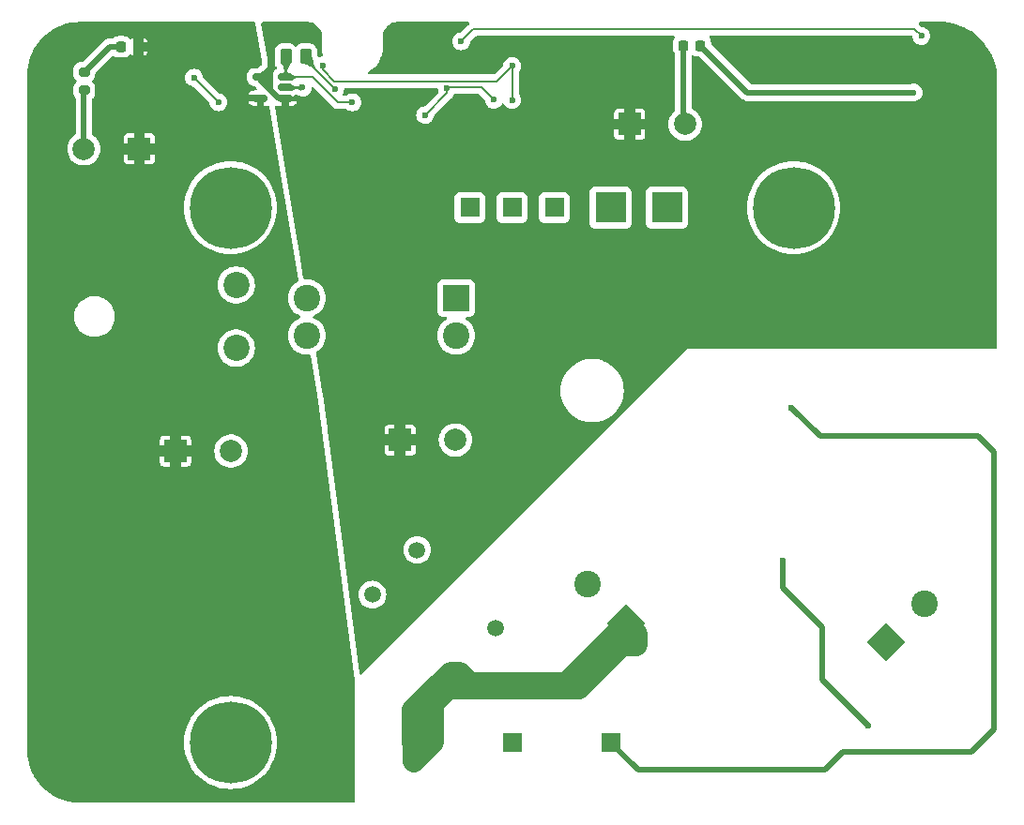
<source format=gbr>
%TF.GenerationSoftware,KiCad,Pcbnew,8.0.6*%
%TF.CreationDate,2025-02-06T23:23:13+01:00*%
%TF.ProjectId,TDK_DCDC_pcb,54444b5f-4443-4444-935f-7063622e6b69,rev?*%
%TF.SameCoordinates,Original*%
%TF.FileFunction,Copper,L2,Bot*%
%TF.FilePolarity,Positive*%
%FSLAX46Y46*%
G04 Gerber Fmt 4.6, Leading zero omitted, Abs format (unit mm)*
G04 Created by KiCad (PCBNEW 8.0.6) date 2025-02-06 23:23:13*
%MOMM*%
%LPD*%
G01*
G04 APERTURE LIST*
G04 Aperture macros list*
%AMRoundRect*
0 Rectangle with rounded corners*
0 $1 Rounding radius*
0 $2 $3 $4 $5 $6 $7 $8 $9 X,Y pos of 4 corners*
0 Add a 4 corners polygon primitive as box body*
4,1,4,$2,$3,$4,$5,$6,$7,$8,$9,$2,$3,0*
0 Add four circle primitives for the rounded corners*
1,1,$1+$1,$2,$3*
1,1,$1+$1,$4,$5*
1,1,$1+$1,$6,$7*
1,1,$1+$1,$8,$9*
0 Add four rect primitives between the rounded corners*
20,1,$1+$1,$2,$3,$4,$5,0*
20,1,$1+$1,$4,$5,$6,$7,0*
20,1,$1+$1,$6,$7,$8,$9,0*
20,1,$1+$1,$8,$9,$2,$3,0*%
%AMRotRect*
0 Rectangle, with rotation*
0 The origin of the aperture is its center*
0 $1 length*
0 $2 width*
0 $3 Rotation angle, in degrees counterclockwise*
0 Add horizontal line*
21,1,$1,$2,0,0,$3*%
G04 Aperture macros list end*
%TA.AperFunction,ComponentPad*%
%ADD10C,1.500000*%
%TD*%
%TA.AperFunction,ComponentPad*%
%ADD11RotRect,2.400000X2.400000X135.000000*%
%TD*%
%TA.AperFunction,ComponentPad*%
%ADD12C,2.400000*%
%TD*%
%TA.AperFunction,ComponentPad*%
%ADD13R,2.000000X2.000000*%
%TD*%
%TA.AperFunction,ComponentPad*%
%ADD14C,2.000000*%
%TD*%
%TA.AperFunction,ComponentPad*%
%ADD15C,7.400000*%
%TD*%
%TA.AperFunction,ComponentPad*%
%ADD16RotRect,2.400000X2.400000X45.000000*%
%TD*%
%TA.AperFunction,ComponentPad*%
%ADD17R,2.400000X2.400000*%
%TD*%
%TA.AperFunction,ComponentPad*%
%ADD18C,2.362200*%
%TD*%
%TA.AperFunction,ComponentPad*%
%ADD19R,1.752600X1.752600*%
%TD*%
%TA.AperFunction,ComponentPad*%
%ADD20R,2.768600X2.768600*%
%TD*%
%TA.AperFunction,SMDPad,CuDef*%
%ADD21RoundRect,0.200000X-0.275000X0.200000X-0.275000X-0.200000X0.275000X-0.200000X0.275000X0.200000X0*%
%TD*%
%TA.AperFunction,SMDPad,CuDef*%
%ADD22RoundRect,0.218750X-0.218750X-0.256250X0.218750X-0.256250X0.218750X0.256250X-0.218750X0.256250X0*%
%TD*%
%TA.AperFunction,SMDPad,CuDef*%
%ADD23RoundRect,0.250000X-0.262500X-0.450000X0.262500X-0.450000X0.262500X0.450000X-0.262500X0.450000X0*%
%TD*%
%TA.AperFunction,SMDPad,CuDef*%
%ADD24RoundRect,0.150000X0.512500X0.150000X-0.512500X0.150000X-0.512500X-0.150000X0.512500X-0.150000X0*%
%TD*%
%TA.AperFunction,SMDPad,CuDef*%
%ADD25RoundRect,0.250000X0.362500X1.425000X-0.362500X1.425000X-0.362500X-1.425000X0.362500X-1.425000X0*%
%TD*%
%TA.AperFunction,ViaPad*%
%ADD26C,0.600000*%
%TD*%
%TA.AperFunction,ViaPad*%
%ADD27C,1.500000*%
%TD*%
%TA.AperFunction,Conductor*%
%ADD28C,0.500000*%
%TD*%
%TA.AperFunction,Conductor*%
%ADD29C,0.200000*%
%TD*%
%TA.AperFunction,Conductor*%
%ADD30C,2.000000*%
%TD*%
G04 APERTURE END LIST*
D10*
%TO.P,C3,1*%
%TO.N,GND*%
X131388932Y-112962876D03*
%TO.P,C3,2*%
%TO.N,/+VIN*%
X138460000Y-120033944D03*
%TD*%
D11*
%TO.P,C1,1*%
%TO.N,/+VIN*%
X154300000Y-115584177D03*
D12*
%TO.P,C1,2*%
%TO.N,/-VIN*%
X150764466Y-112048643D03*
%TD*%
D13*
%TO.P,C10,1*%
%TO.N,/LV+*%
X110367678Y-72700000D03*
D14*
%TO.P,C10,2*%
%TO.N,/LV-*%
X105367678Y-72700000D03*
%TD*%
D15*
%TO.P,U6,1,1*%
%TO.N,GND*%
X118590000Y-78030000D03*
%TD*%
D16*
%TO.P,C6,1*%
%TO.N,/HV+in*%
X177700000Y-117300000D03*
D12*
%TO.P,C6,2*%
%TO.N,/HV-in*%
X181235534Y-113764466D03*
%TD*%
D10*
%TO.P,C2,1*%
%TO.N,/-VIN*%
X142500000Y-116000000D03*
%TO.P,C2,2*%
%TO.N,GND*%
X135428932Y-108928932D03*
%TD*%
D15*
%TO.P,U7,1,1*%
%TO.N,GND*%
X118590000Y-126330000D03*
%TD*%
D13*
%TO.P,C9,1*%
%TO.N,/Vout+*%
X133882323Y-99000000D03*
D14*
%TO.P,C9,2*%
%TO.N,GND*%
X138882323Y-99000000D03*
%TD*%
D13*
%TO.P,C11,1*%
%TO.N,/LV+*%
X113632323Y-100000000D03*
D14*
%TO.P,C11,2*%
%TO.N,/LV-*%
X118632323Y-100000000D03*
%TD*%
D13*
%TO.P,C8,1*%
%TO.N,/Vout+*%
X154604323Y-70485000D03*
D14*
%TO.P,C8,2*%
%TO.N,GND*%
X159604323Y-70485000D03*
%TD*%
D15*
%TO.P,U5,1,1*%
%TO.N,GND*%
X169390000Y-78030000D03*
%TD*%
D12*
%TO.P,F2,1*%
%TO.N,GND*%
X138950000Y-89589177D03*
D17*
X138950000Y-86189177D03*
D12*
%TO.P,F2,2*%
%TO.N,/LV-*%
X125480000Y-89589177D03*
X125480000Y-86189177D03*
%TD*%
D18*
%TO.P,LV_out1,1,Pin_1*%
%TO.N,/LV+*%
X113613551Y-90700779D03*
%TO.P,LV_out1,2,Pin_2*%
X113613551Y-85000776D03*
%TO.P,LV_out1,3,Pin_3*%
%TO.N,/LV-*%
X119113551Y-90700779D03*
%TO.P,LV_out1,4,Pin_4*%
X119113550Y-85000775D03*
%TD*%
D19*
%TO.P,U1,1,CNT*%
%TO.N,/~{EN}*%
X152880000Y-126320000D03*
%TO.P,U1,2,-VIN*%
%TO.N,/-VIN*%
X143990000Y-126320000D03*
%TO.P,U1,3,+VIN*%
%TO.N,/+VIN*%
X135100000Y-126320000D03*
D20*
%TO.P,U1,4,+Vout*%
%TO.N,/Vout+*%
X130020000Y-78020000D03*
%TO.P,U1,5,+Vout*%
X135100000Y-78020000D03*
D19*
%TO.P,U1,6,+S*%
%TO.N,/+S*%
X140180000Y-78020000D03*
%TO.P,U1,7,TRM*%
%TO.N,/TRM*%
X143990000Y-78020000D03*
%TO.P,U1,8,-S*%
%TO.N,GND*%
X147800000Y-78020000D03*
D20*
%TO.P,U1,9,-Vout*%
X152880000Y-78020000D03*
%TO.P,U1,10,-Vout*%
X157960000Y-78020000D03*
%TD*%
D21*
%TO.P,R8,1*%
%TO.N,Net-(D5-K)*%
X105400000Y-65775000D03*
%TO.P,R8,2*%
%TO.N,/LV-*%
X105400000Y-67425000D03*
%TD*%
D22*
%TO.P,D2,1,K*%
%TO.N,GND*%
X159424998Y-63400000D03*
%TO.P,D2,2,A*%
%TO.N,Net-(D2-A)*%
X161000000Y-63400000D03*
%TD*%
D23*
%TO.P,R2,1*%
%TO.N,/I_meas_weak*%
X123587500Y-64384177D03*
%TO.P,R2,2*%
%TO.N,GND*%
X125412500Y-64384177D03*
%TD*%
D24*
%TO.P,U3,1*%
%TO.N,/I_meas_weak*%
X123537500Y-66234178D03*
%TO.P,U3,2,GND*%
%TO.N,GND*%
X123537500Y-67184177D03*
%TO.P,U3,3,+*%
%TO.N,/Vout+*%
X123537500Y-68134176D03*
%TO.P,U3,4,-*%
%TO.N,/LV+*%
X121262500Y-68134176D03*
%TO.P,U3,5,V+*%
%TO.N,/Vout+*%
X121262500Y-66234178D03*
%TD*%
D25*
%TO.P,Rshunt1,1*%
%TO.N,/Vout+*%
X125662500Y-70884177D03*
%TO.P,Rshunt1,2*%
%TO.N,/LV+*%
X119737500Y-70884177D03*
%TD*%
D22*
%TO.P,D5,1,K*%
%TO.N,Net-(D5-K)*%
X108724998Y-63500000D03*
%TO.P,D5,2,A*%
%TO.N,/LV+*%
X110300000Y-63500000D03*
%TD*%
D26*
%TO.N,GND*%
X128040000Y-67280000D03*
X125100000Y-67184177D03*
X115300000Y-66284177D03*
X117500000Y-68500000D03*
D27*
%TO.N,/+VIN*%
X155196314Y-117540486D03*
D26*
%TO.N,+3V3*%
X142360000Y-68280000D03*
X138120000Y-67210000D03*
X180910000Y-62516000D03*
X136140000Y-69670000D03*
X139400000Y-63000000D03*
%TO.N,/TEMP_TSDCDC*%
X143995000Y-65232500D03*
X126940000Y-65170000D03*
X143995000Y-68290000D03*
%TO.N,/G*%
X168400000Y-109900000D03*
X176140000Y-124830000D03*
%TO.N,/~{EN}*%
X169200000Y-96100000D03*
%TO.N,/I_meas_weak*%
X129587500Y-68502500D03*
%TO.N,Net-(D2-A)*%
X180210000Y-67620000D03*
%TD*%
D28*
%TO.N,/Vout+*%
X121360000Y-66234178D02*
X122174178Y-65420000D01*
X121262500Y-66234178D02*
X121360000Y-66234178D01*
X122174178Y-65420000D02*
X122174178Y-62925822D01*
X122174178Y-66234178D02*
X122174178Y-65420000D01*
X121448356Y-66234178D02*
X122174178Y-66960000D01*
X121262500Y-66234178D02*
X121448356Y-66234178D01*
X122174178Y-66960000D02*
X122174178Y-67394178D01*
X122174178Y-66234178D02*
X122174178Y-66960000D01*
X122174178Y-67394178D02*
X122175000Y-67395000D01*
X122175000Y-67395000D02*
X121262500Y-66482500D01*
X122914176Y-68134176D02*
X122175000Y-67395000D01*
X121262500Y-66234178D02*
X122174178Y-66234178D01*
X121262500Y-66482500D02*
X121262500Y-66234178D01*
X123537500Y-68134176D02*
X122914176Y-68134176D01*
D29*
X125662500Y-69867500D02*
X125670000Y-69860000D01*
X125662500Y-70884177D02*
X125662500Y-69867500D01*
%TO.N,/I_meas_weak*%
X126024178Y-66234178D02*
X123537500Y-66234178D01*
X129587500Y-68502500D02*
X128292500Y-68502500D01*
X128292500Y-68502500D02*
X126024178Y-66234178D01*
%TO.N,/TEMP_TSDCDC*%
X142627500Y-66600000D02*
X143995000Y-65232500D01*
X127980000Y-66600000D02*
X142627500Y-66600000D01*
X126940000Y-65560000D02*
X127980000Y-66600000D01*
X126940000Y-65170000D02*
X126940000Y-65560000D01*
%TO.N,GND*%
X125412500Y-64652500D02*
X128040000Y-67280000D01*
X125412500Y-64384177D02*
X125412500Y-64652500D01*
%TO.N,/TEMP_TSDCDC*%
X143995000Y-65232500D02*
X143995000Y-68290000D01*
%TO.N,+3V3*%
X138160000Y-67170000D02*
X138120000Y-67210000D01*
X142360000Y-68280000D02*
X141250000Y-67170000D01*
X141250000Y-67170000D02*
X138160000Y-67170000D01*
X136140000Y-69670000D02*
X138120000Y-67690000D01*
X138120000Y-67690000D02*
X138120000Y-67210000D01*
D28*
%TO.N,/G*%
X171940000Y-120630000D02*
X176140000Y-124830000D01*
X171940000Y-115890000D02*
X171940000Y-120630000D01*
X168400000Y-112350000D02*
X171940000Y-115890000D01*
X168400000Y-109900000D02*
X168400000Y-112350000D01*
D29*
%TO.N,GND*%
X115300000Y-66300000D02*
X115300000Y-66284177D01*
D28*
X159424998Y-63400000D02*
X159424998Y-70305675D01*
D29*
X125100000Y-67184177D02*
X123537500Y-67184177D01*
D28*
X159424998Y-70305675D02*
X159604323Y-70485000D01*
D29*
X117500000Y-68500000D02*
X115300000Y-66300000D01*
D30*
%TO.N,/+VIN*%
X135085341Y-123369904D02*
X137485534Y-120969711D01*
X152750000Y-117134177D02*
X154300000Y-115584177D01*
X137485534Y-120969711D02*
X138421301Y-120033944D01*
X155196314Y-116480491D02*
X154915945Y-116480491D01*
X150000000Y-121423700D02*
X138289795Y-121423700D01*
X140187318Y-120974677D02*
X140182352Y-120969711D01*
X135100000Y-127984177D02*
X136800000Y-126284177D01*
X136800000Y-126284177D02*
X136856747Y-126227430D01*
X135100000Y-127984177D02*
X135100000Y-126314659D01*
X136856747Y-126227430D02*
X136856747Y-122856747D01*
X155196314Y-117540486D02*
X155196314Y-116480491D01*
X154915945Y-116480491D02*
X150000000Y-121423700D01*
X139246585Y-120033944D02*
X140187318Y-120974677D01*
X138289795Y-121423700D02*
X136856747Y-122856747D01*
X148909500Y-120974677D02*
X152750000Y-117134177D01*
X135100000Y-126314659D02*
X135085341Y-126300000D01*
X140182352Y-120969711D02*
X137485534Y-120969711D01*
X136856747Y-122856747D02*
X135114659Y-124598836D01*
X135085341Y-126300000D02*
X135085341Y-124584177D01*
X136800000Y-126284177D02*
X135114659Y-124598836D01*
X135085341Y-124584177D02*
X135085341Y-123369904D01*
X155196314Y-117540486D02*
X152343531Y-117540486D01*
X138421301Y-120033944D02*
X139246585Y-120033944D01*
X135085341Y-124584177D02*
X135085341Y-124598836D01*
X140187318Y-120974677D02*
X148909500Y-120974677D01*
X155196314Y-116480491D02*
X154300000Y-115584177D01*
X135114659Y-124598836D02*
X135085341Y-124598836D01*
D29*
%TO.N,+3V3*%
X180910000Y-62516000D02*
X180294000Y-61900000D01*
X180294000Y-61900000D02*
X140500000Y-61900000D01*
X140500000Y-61900000D02*
X139400000Y-63000000D01*
D28*
%TO.N,/LV+*%
X110300000Y-63500000D02*
X110300000Y-72632322D01*
X110300000Y-72632322D02*
X110367678Y-72700000D01*
%TO.N,/~{EN}*%
X185400000Y-127200000D02*
X187450000Y-125150000D01*
X186010000Y-98680000D02*
X171780000Y-98680000D01*
X152865341Y-126300000D02*
X155365341Y-128800000D01*
X172200000Y-128800000D02*
X173800000Y-127200000D01*
X155365341Y-128800000D02*
X172200000Y-128800000D01*
X173800000Y-127200000D02*
X185400000Y-127200000D01*
X187450000Y-100120000D02*
X186010000Y-98680000D01*
X171780000Y-98680000D02*
X169200000Y-96100000D01*
X187450000Y-125150000D02*
X187450000Y-100120000D01*
%TO.N,/LV-*%
X105367678Y-72700000D02*
X105367678Y-67457322D01*
X105367678Y-67457322D02*
X105400000Y-67425000D01*
D29*
%TO.N,/I_meas_weak*%
X123587500Y-64384177D02*
X123587500Y-66184178D01*
X123587500Y-66184178D02*
X123537500Y-66234178D01*
D28*
%TO.N,Net-(D2-A)*%
X180210000Y-67620000D02*
X165220000Y-67620000D01*
X165220000Y-67620000D02*
X161000000Y-63400000D01*
%TO.N,Net-(D5-K)*%
X105425000Y-65775000D02*
X107700000Y-63500000D01*
X105400000Y-65775000D02*
X105425000Y-65775000D01*
X107700000Y-63500000D02*
X108724998Y-63500000D01*
%TD*%
%TA.AperFunction,Conductor*%
%TO.N,/Vout+*%
G36*
X140006883Y-61244538D02*
G01*
X140073917Y-61264232D01*
X140119665Y-61317042D01*
X140129598Y-61386202D01*
X140100565Y-61449754D01*
X140094545Y-61456219D01*
X140019480Y-61531284D01*
X140019478Y-61531286D01*
X139381465Y-62169298D01*
X139320142Y-62202783D01*
X139307668Y-62204837D01*
X139220750Y-62214630D01*
X139050478Y-62274210D01*
X138897737Y-62370184D01*
X138770184Y-62497737D01*
X138674211Y-62650476D01*
X138614631Y-62820745D01*
X138614630Y-62820750D01*
X138594435Y-62999996D01*
X138594435Y-63000003D01*
X138614630Y-63179249D01*
X138614631Y-63179254D01*
X138674211Y-63349523D01*
X138703308Y-63395830D01*
X138770184Y-63502262D01*
X138897738Y-63629816D01*
X138988080Y-63686582D01*
X139044347Y-63721937D01*
X139050478Y-63725789D01*
X139198611Y-63777623D01*
X139220745Y-63785368D01*
X139220750Y-63785369D01*
X139399996Y-63805565D01*
X139400000Y-63805565D01*
X139400004Y-63805565D01*
X139579249Y-63785369D01*
X139579252Y-63785368D01*
X139579255Y-63785368D01*
X139749522Y-63725789D01*
X139902262Y-63629816D01*
X140029816Y-63502262D01*
X140125789Y-63349522D01*
X140185368Y-63179255D01*
X140195161Y-63092329D01*
X140222226Y-63027918D01*
X140230690Y-63018543D01*
X140712416Y-62536819D01*
X140773739Y-62503334D01*
X140800097Y-62500500D01*
X158535770Y-62500500D01*
X158602809Y-62520185D01*
X158648564Y-62572989D01*
X158658508Y-62642147D01*
X158641308Y-62689597D01*
X158549953Y-62837704D01*
X158549948Y-62837715D01*
X158523271Y-62918219D01*
X158497062Y-62997315D01*
X158497062Y-62997316D01*
X158497061Y-62997316D01*
X158486998Y-63095818D01*
X158486998Y-63704181D01*
X158497061Y-63802683D01*
X158549948Y-63962284D01*
X158549953Y-63962295D01*
X158638214Y-64105387D01*
X158642695Y-64111054D01*
X158641715Y-64111828D01*
X158671664Y-64166676D01*
X158674498Y-64193034D01*
X158674498Y-69246655D01*
X158654813Y-69313694D01*
X158626661Y-69344508D01*
X158584581Y-69377260D01*
X158416156Y-69560217D01*
X158280149Y-69768393D01*
X158180259Y-69996118D01*
X158119215Y-70237175D01*
X158119213Y-70237187D01*
X158098680Y-70484994D01*
X158098680Y-70485005D01*
X158119213Y-70732812D01*
X158119215Y-70732824D01*
X158180259Y-70973881D01*
X158280149Y-71201606D01*
X158416156Y-71409782D01*
X158416159Y-71409785D01*
X158584579Y-71592738D01*
X158780814Y-71745474D01*
X158890163Y-71804651D01*
X158952594Y-71838437D01*
X158999513Y-71863828D01*
X159218464Y-71938994D01*
X159222151Y-71940260D01*
X159234709Y-71944571D01*
X159479988Y-71985500D01*
X159728658Y-71985500D01*
X159973937Y-71944571D01*
X160209133Y-71863828D01*
X160427832Y-71745474D01*
X160624067Y-71592738D01*
X160792487Y-71409785D01*
X160928496Y-71201607D01*
X161028386Y-70973881D01*
X161089431Y-70732821D01*
X161109966Y-70485000D01*
X161109184Y-70475565D01*
X161089432Y-70237187D01*
X161089430Y-70237175D01*
X161028386Y-69996118D01*
X160928496Y-69768393D01*
X160792489Y-69560217D01*
X160694267Y-69453520D01*
X160624067Y-69377262D01*
X160427832Y-69224526D01*
X160427830Y-69224525D01*
X160427829Y-69224524D01*
X160240480Y-69123136D01*
X160190890Y-69073916D01*
X160175498Y-69014081D01*
X160175498Y-64349857D01*
X160195183Y-64282818D01*
X160247987Y-64237063D01*
X160317145Y-64227119D01*
X160364595Y-64244319D01*
X160475204Y-64312544D01*
X160475207Y-64312545D01*
X160475213Y-64312549D01*
X160634815Y-64365436D01*
X160733326Y-64375500D01*
X160862770Y-64375500D01*
X160929809Y-64395185D01*
X160950451Y-64411819D01*
X164741580Y-68202948D01*
X164741584Y-68202951D01*
X164864498Y-68285080D01*
X164864511Y-68285087D01*
X165001082Y-68341656D01*
X165001087Y-68341658D01*
X165001091Y-68341658D01*
X165001092Y-68341659D01*
X165146079Y-68370500D01*
X165146082Y-68370500D01*
X165293917Y-68370500D01*
X179910028Y-68370500D01*
X179950983Y-68377458D01*
X180030745Y-68405368D01*
X180030750Y-68405369D01*
X180209996Y-68425565D01*
X180210000Y-68425565D01*
X180210004Y-68425565D01*
X180389249Y-68405369D01*
X180389252Y-68405368D01*
X180389255Y-68405368D01*
X180559522Y-68345789D01*
X180712262Y-68249816D01*
X180839816Y-68122262D01*
X180935789Y-67969522D01*
X180995368Y-67799255D01*
X180995589Y-67797297D01*
X181015565Y-67620003D01*
X181015565Y-67619996D01*
X180995369Y-67440750D01*
X180995368Y-67440745D01*
X180985373Y-67412181D01*
X180935789Y-67270478D01*
X180839816Y-67117738D01*
X180712262Y-66990184D01*
X180677725Y-66968483D01*
X180559523Y-66894211D01*
X180389254Y-66834631D01*
X180389249Y-66834630D01*
X180210004Y-66814435D01*
X180209996Y-66814435D01*
X180030750Y-66834630D01*
X180030745Y-66834631D01*
X179950983Y-66862542D01*
X179910028Y-66869500D01*
X165582229Y-66869500D01*
X165515190Y-66849815D01*
X165494548Y-66833181D01*
X161974319Y-63312951D01*
X161940834Y-63251628D01*
X161938000Y-63225270D01*
X161938000Y-63095831D01*
X161937999Y-63095818D01*
X161927936Y-62997316D01*
X161906412Y-62932360D01*
X161875049Y-62837713D01*
X161875045Y-62837707D01*
X161875044Y-62837704D01*
X161783690Y-62689597D01*
X161765249Y-62622205D01*
X161786171Y-62555541D01*
X161839813Y-62510772D01*
X161889228Y-62500500D01*
X179991875Y-62500500D01*
X180058914Y-62520185D01*
X180104669Y-62572989D01*
X180115095Y-62610617D01*
X180124630Y-62695249D01*
X180184210Y-62865521D01*
X180219465Y-62921628D01*
X180280184Y-63018262D01*
X180407738Y-63145816D01*
X180560478Y-63241789D01*
X180671491Y-63280634D01*
X180730745Y-63301368D01*
X180730750Y-63301369D01*
X180909996Y-63321565D01*
X180910000Y-63321565D01*
X180910004Y-63321565D01*
X181089249Y-63301369D01*
X181089252Y-63301368D01*
X181089255Y-63301368D01*
X181259522Y-63241789D01*
X181412262Y-63145816D01*
X181539816Y-63018262D01*
X181635789Y-62865522D01*
X181695368Y-62695255D01*
X181695441Y-62694609D01*
X181715565Y-62516003D01*
X181715565Y-62515996D01*
X181695369Y-62336750D01*
X181695368Y-62336745D01*
X181649211Y-62204837D01*
X181635789Y-62166478D01*
X181539816Y-62013738D01*
X181412262Y-61886184D01*
X181364907Y-61856429D01*
X181259521Y-61790210D01*
X181111849Y-61738538D01*
X181089255Y-61730632D01*
X181089254Y-61730631D01*
X181089249Y-61730630D01*
X181002330Y-61720837D01*
X180937916Y-61693770D01*
X180928533Y-61685298D01*
X180781590Y-61538355D01*
X180781588Y-61538352D01*
X180705110Y-61461874D01*
X180671625Y-61400551D01*
X180676609Y-61330859D01*
X180718481Y-61274926D01*
X180783945Y-61250509D01*
X180792802Y-61250193D01*
X182975743Y-61250495D01*
X182992678Y-61251661D01*
X183397085Y-61307545D01*
X183406967Y-61309321D01*
X183817257Y-61400349D01*
X183826945Y-61402914D01*
X184228557Y-61526855D01*
X184238000Y-61530194D01*
X184628247Y-61686222D01*
X184637386Y-61690312D01*
X184750498Y-61746544D01*
X185013735Y-61877410D01*
X185022539Y-61882241D01*
X185382492Y-62099167D01*
X185390877Y-62104695D01*
X185732110Y-62350048D01*
X185740003Y-62356224D01*
X186007774Y-62583780D01*
X186060256Y-62628380D01*
X186067639Y-62635188D01*
X186364811Y-62932360D01*
X186371619Y-62939743D01*
X186422829Y-63000003D01*
X186636664Y-63251628D01*
X186643769Y-63259988D01*
X186649953Y-63267892D01*
X186741943Y-63395830D01*
X186895304Y-63609122D01*
X186900832Y-63617507D01*
X187117758Y-63977460D01*
X187122589Y-63986264D01*
X187270019Y-64282818D01*
X187298275Y-64339657D01*
X187309681Y-64362599D01*
X187313782Y-64371763D01*
X187343916Y-64447132D01*
X187469800Y-64761987D01*
X187473148Y-64771455D01*
X187597082Y-65173044D01*
X187599652Y-65182752D01*
X187690677Y-65593031D01*
X187692454Y-65602915D01*
X187732383Y-65891860D01*
X187746865Y-65996666D01*
X187748333Y-66007285D01*
X187749500Y-66024259D01*
X187749500Y-90676000D01*
X187729815Y-90743039D01*
X187677011Y-90788794D01*
X187625500Y-90800000D01*
X159799997Y-90800000D01*
X130428572Y-120155934D01*
X130367240Y-120189403D01*
X130297550Y-120184400D01*
X130241627Y-120142514D01*
X130217970Y-120084374D01*
X129283102Y-112962876D01*
X130133655Y-112962876D01*
X130149217Y-113140760D01*
X130152725Y-113180851D01*
X130152725Y-113180855D01*
X130209354Y-113392198D01*
X130209356Y-113392202D01*
X130209357Y-113392206D01*
X130234619Y-113446381D01*
X130301829Y-113590514D01*
X130301830Y-113590515D01*
X130427334Y-113769753D01*
X130582055Y-113924474D01*
X130761293Y-114049978D01*
X130959602Y-114142451D01*
X131170955Y-114199083D01*
X131353858Y-114215084D01*
X131388930Y-114218153D01*
X131388932Y-114218153D01*
X131388934Y-114218153D01*
X131417186Y-114215681D01*
X131606909Y-114199083D01*
X131818262Y-114142451D01*
X132016571Y-114049978D01*
X132195809Y-113924474D01*
X132350530Y-113769753D01*
X132476034Y-113590515D01*
X132568507Y-113392206D01*
X132625139Y-113180853D01*
X132644209Y-112962876D01*
X132625139Y-112744899D01*
X132568507Y-112533546D01*
X132476034Y-112335238D01*
X132476032Y-112335235D01*
X132476031Y-112335233D01*
X132350531Y-112156000D01*
X132349597Y-112155066D01*
X132195809Y-112001278D01*
X132016571Y-111875774D01*
X132016572Y-111875774D01*
X132016570Y-111875773D01*
X131917416Y-111829537D01*
X131818262Y-111783301D01*
X131818258Y-111783300D01*
X131818254Y-111783298D01*
X131606909Y-111726669D01*
X131388934Y-111707599D01*
X131388930Y-111707599D01*
X131243614Y-111720312D01*
X131170955Y-111726669D01*
X131170952Y-111726669D01*
X130959609Y-111783298D01*
X130959600Y-111783302D01*
X130761293Y-111875774D01*
X130761289Y-111875776D01*
X130582053Y-112001278D01*
X130427334Y-112155997D01*
X130301832Y-112335233D01*
X130301830Y-112335237D01*
X130209358Y-112533544D01*
X130209354Y-112533553D01*
X130152725Y-112744896D01*
X130152725Y-112744900D01*
X130136804Y-112926886D01*
X130133655Y-112962876D01*
X129283102Y-112962876D01*
X128753549Y-108928932D01*
X134173655Y-108928932D01*
X134189742Y-109112817D01*
X134192725Y-109146907D01*
X134192725Y-109146911D01*
X134249354Y-109358254D01*
X134249356Y-109358258D01*
X134249357Y-109358262D01*
X134265714Y-109393339D01*
X134341829Y-109556570D01*
X134341830Y-109556571D01*
X134467334Y-109735809D01*
X134622055Y-109890530D01*
X134801293Y-110016034D01*
X134999602Y-110108507D01*
X135210955Y-110165139D01*
X135393858Y-110181140D01*
X135428930Y-110184209D01*
X135428932Y-110184209D01*
X135428934Y-110184209D01*
X135457186Y-110181737D01*
X135646909Y-110165139D01*
X135858262Y-110108507D01*
X136056571Y-110016034D01*
X136235809Y-109890530D01*
X136390530Y-109735809D01*
X136516034Y-109556571D01*
X136608507Y-109358262D01*
X136665139Y-109146909D01*
X136684209Y-108928932D01*
X136665139Y-108710955D01*
X136608507Y-108499602D01*
X136516034Y-108301294D01*
X136516032Y-108301291D01*
X136516031Y-108301289D01*
X136390531Y-108122056D01*
X136352898Y-108084423D01*
X136235809Y-107967334D01*
X136056571Y-107841830D01*
X136056572Y-107841830D01*
X136056570Y-107841829D01*
X135957416Y-107795593D01*
X135858262Y-107749357D01*
X135858258Y-107749356D01*
X135858254Y-107749354D01*
X135646909Y-107692725D01*
X135428934Y-107673655D01*
X135428930Y-107673655D01*
X135283614Y-107686368D01*
X135210955Y-107692725D01*
X135210952Y-107692725D01*
X134999609Y-107749354D01*
X134999600Y-107749358D01*
X134801293Y-107841830D01*
X134801289Y-107841832D01*
X134622053Y-107967334D01*
X134467334Y-108122053D01*
X134341832Y-108301289D01*
X134341830Y-108301293D01*
X134249358Y-108499600D01*
X134249354Y-108499609D01*
X134192725Y-108710952D01*
X134192725Y-108710956D01*
X134186206Y-108785475D01*
X134173655Y-108928932D01*
X128753549Y-108928932D01*
X127585544Y-100031479D01*
X132482324Y-100031479D01*
X132497158Y-100125149D01*
X132497160Y-100125155D01*
X132554679Y-100238041D01*
X132554686Y-100238050D01*
X132644272Y-100327636D01*
X132644276Y-100327639D01*
X132757178Y-100385166D01*
X132850837Y-100399999D01*
X133382322Y-100399999D01*
X134382323Y-100399999D01*
X134913802Y-100399999D01*
X135007472Y-100385164D01*
X135007478Y-100385162D01*
X135120364Y-100327643D01*
X135120373Y-100327636D01*
X135209959Y-100238050D01*
X135209962Y-100238046D01*
X135267489Y-100125144D01*
X135282323Y-100031486D01*
X135282323Y-99500000D01*
X134382323Y-99500000D01*
X134382323Y-100399999D01*
X133382322Y-100399999D01*
X133382323Y-100399998D01*
X133382323Y-99500000D01*
X132482324Y-99500000D01*
X132482324Y-100031479D01*
X127585544Y-100031479D01*
X127482669Y-99247812D01*
X127441496Y-98934174D01*
X133382323Y-98934174D01*
X133382323Y-99065826D01*
X133416398Y-99192993D01*
X133482224Y-99307007D01*
X133575316Y-99400099D01*
X133689330Y-99465925D01*
X133816497Y-99500000D01*
X133948149Y-99500000D01*
X134075316Y-99465925D01*
X134189330Y-99400099D01*
X134282422Y-99307007D01*
X134348248Y-99192993D01*
X134382323Y-99065826D01*
X134382323Y-98999994D01*
X137376680Y-98999994D01*
X137376680Y-99000005D01*
X137397213Y-99247812D01*
X137397215Y-99247824D01*
X137458259Y-99488881D01*
X137558149Y-99716606D01*
X137694156Y-99924782D01*
X137694159Y-99924785D01*
X137862579Y-100107738D01*
X138058814Y-100260474D01*
X138277513Y-100378828D01*
X138512709Y-100459571D01*
X138757988Y-100500500D01*
X139006658Y-100500500D01*
X139251937Y-100459571D01*
X139487133Y-100378828D01*
X139705832Y-100260474D01*
X139902067Y-100107738D01*
X140070487Y-99924785D01*
X140206496Y-99716607D01*
X140306386Y-99488881D01*
X140367431Y-99247821D01*
X140387966Y-99000000D01*
X140372736Y-98816204D01*
X140367432Y-98752187D01*
X140367430Y-98752175D01*
X140306386Y-98511118D01*
X140206496Y-98283393D01*
X140070489Y-98075217D01*
X139972267Y-97968520D01*
X139902067Y-97892262D01*
X139705832Y-97739526D01*
X139705830Y-97739525D01*
X139705829Y-97739524D01*
X139487134Y-97621172D01*
X139487125Y-97621169D01*
X139251939Y-97540429D01*
X139006658Y-97499500D01*
X138757988Y-97499500D01*
X138512706Y-97540429D01*
X138277520Y-97621169D01*
X138277511Y-97621172D01*
X138058816Y-97739524D01*
X137862580Y-97892261D01*
X137694156Y-98075217D01*
X137558149Y-98283393D01*
X137458259Y-98511118D01*
X137397215Y-98752175D01*
X137397213Y-98752187D01*
X137376680Y-98999994D01*
X134382323Y-98999994D01*
X134382323Y-98934174D01*
X134348248Y-98807007D01*
X134282422Y-98692993D01*
X134189330Y-98599901D01*
X134075316Y-98534075D01*
X133948149Y-98500000D01*
X134382323Y-98500000D01*
X135282322Y-98500000D01*
X135282322Y-97968520D01*
X135267487Y-97874850D01*
X135267485Y-97874844D01*
X135209966Y-97761958D01*
X135209959Y-97761949D01*
X135120373Y-97672363D01*
X135120369Y-97672360D01*
X135007467Y-97614833D01*
X134913809Y-97600000D01*
X134382323Y-97600000D01*
X134382323Y-98500000D01*
X133948149Y-98500000D01*
X133816497Y-98500000D01*
X133689330Y-98534075D01*
X133575316Y-98599901D01*
X133482224Y-98692993D01*
X133416398Y-98807007D01*
X133382323Y-98934174D01*
X127441496Y-98934174D01*
X127314730Y-97968513D01*
X132482323Y-97968513D01*
X132482323Y-98500000D01*
X133382323Y-98500000D01*
X133382323Y-97600000D01*
X132850843Y-97600000D01*
X132757173Y-97614835D01*
X132757167Y-97614837D01*
X132644281Y-97672356D01*
X132644272Y-97672363D01*
X132554686Y-97761949D01*
X132554683Y-97761953D01*
X132497156Y-97874855D01*
X132482323Y-97968513D01*
X127314730Y-97968513D01*
X126901465Y-94820405D01*
X126901088Y-94817717D01*
X126900296Y-94812045D01*
X126899691Y-94807966D01*
X126898396Y-94799706D01*
X126855474Y-94539996D01*
X148354669Y-94539996D01*
X148354669Y-94540003D01*
X148373976Y-94871484D01*
X148373977Y-94871495D01*
X148431631Y-95198467D01*
X148431634Y-95198481D01*
X148526866Y-95516580D01*
X148658379Y-95821461D01*
X148658385Y-95821474D01*
X148824406Y-96109031D01*
X149022678Y-96375356D01*
X149022683Y-96375362D01*
X149022690Y-96375371D01*
X149250553Y-96616893D01*
X149362295Y-96710655D01*
X149504912Y-96830325D01*
X149504920Y-96830331D01*
X149782330Y-97012787D01*
X149782334Y-97012789D01*
X150079061Y-97161811D01*
X150391082Y-97275377D01*
X150391088Y-97275378D01*
X150391090Y-97275379D01*
X150714161Y-97351949D01*
X150714168Y-97351950D01*
X150714177Y-97351952D01*
X151043977Y-97390500D01*
X151043984Y-97390500D01*
X151376016Y-97390500D01*
X151376023Y-97390500D01*
X151705823Y-97351952D01*
X151705832Y-97351949D01*
X151705838Y-97351949D01*
X151966445Y-97290183D01*
X152028918Y-97275377D01*
X152340939Y-97161811D01*
X152637666Y-97012789D01*
X152915085Y-96830327D01*
X153169447Y-96616893D01*
X153397310Y-96375371D01*
X153595594Y-96109030D01*
X153761617Y-95821470D01*
X153893133Y-95516581D01*
X153988365Y-95198485D01*
X154046024Y-94871484D01*
X154065331Y-94540000D01*
X154046024Y-94208516D01*
X153988365Y-93881515D01*
X153893133Y-93563419D01*
X153761617Y-93258530D01*
X153595594Y-92970970D01*
X153595593Y-92970968D01*
X153397321Y-92704643D01*
X153397314Y-92704635D01*
X153397310Y-92704629D01*
X153169447Y-92463107D01*
X152939974Y-92270557D01*
X152915087Y-92249674D01*
X152915079Y-92249668D01*
X152637669Y-92067212D01*
X152340946Y-91918192D01*
X152340940Y-91918189D01*
X152028930Y-91804627D01*
X152028909Y-91804620D01*
X151705838Y-91728050D01*
X151705823Y-91728048D01*
X151376023Y-91689500D01*
X151043977Y-91689500D01*
X150755402Y-91723229D01*
X150714176Y-91728048D01*
X150714161Y-91728050D01*
X150391090Y-91804620D01*
X150391069Y-91804627D01*
X150079059Y-91918189D01*
X150079053Y-91918192D01*
X149782330Y-92067212D01*
X149504920Y-92249668D01*
X149504912Y-92249674D01*
X149298936Y-92422508D01*
X149250553Y-92463107D01*
X149022690Y-92704629D01*
X149022687Y-92704632D01*
X149022685Y-92704635D01*
X149022678Y-92704643D01*
X148824406Y-92970968D01*
X148658385Y-93258525D01*
X148658379Y-93258538D01*
X148526866Y-93563419D01*
X148431634Y-93881518D01*
X148431631Y-93881532D01*
X148373977Y-94208504D01*
X148373976Y-94208515D01*
X148354669Y-94539996D01*
X126855474Y-94539996D01*
X126319785Y-91298675D01*
X126292180Y-91197888D01*
X126292177Y-91197881D01*
X126291480Y-91195335D01*
X126292755Y-91125477D01*
X126331597Y-91067398D01*
X126341204Y-91060138D01*
X126543217Y-90922409D01*
X126730050Y-90749054D01*
X126888959Y-90549789D01*
X127016393Y-90329065D01*
X127109508Y-90091814D01*
X127166222Y-89843334D01*
X127185268Y-89589177D01*
X127185268Y-89589172D01*
X137244732Y-89589172D01*
X137244732Y-89589181D01*
X137263777Y-89843331D01*
X137263778Y-89843334D01*
X137320492Y-90091814D01*
X137413607Y-90329065D01*
X137541041Y-90549789D01*
X137699950Y-90749054D01*
X137886783Y-90922409D01*
X138097366Y-91065982D01*
X138097371Y-91065984D01*
X138097372Y-91065985D01*
X138097373Y-91065986D01*
X138179357Y-91105467D01*
X138326992Y-91176564D01*
X138326993Y-91176564D01*
X138326996Y-91176566D01*
X138570542Y-91251690D01*
X138822565Y-91289677D01*
X139077435Y-91289677D01*
X139329458Y-91251690D01*
X139573004Y-91176566D01*
X139802634Y-91065982D01*
X140013217Y-90922409D01*
X140200050Y-90749054D01*
X140358959Y-90549789D01*
X140486393Y-90329065D01*
X140579508Y-90091814D01*
X140636222Y-89843334D01*
X140655268Y-89589177D01*
X140636222Y-89335020D01*
X140579508Y-89086540D01*
X140486393Y-88849289D01*
X140358959Y-88628565D01*
X140200050Y-88429300D01*
X140013217Y-88255945D01*
X139808143Y-88116128D01*
X139763843Y-88062101D01*
X139755784Y-87992697D01*
X139786527Y-87929955D01*
X139846311Y-87893793D01*
X139877997Y-87889676D01*
X140197871Y-87889676D01*
X140197872Y-87889676D01*
X140257483Y-87883268D01*
X140392331Y-87832973D01*
X140507546Y-87746723D01*
X140593796Y-87631508D01*
X140644091Y-87496660D01*
X140650500Y-87437050D01*
X140650499Y-84941305D01*
X140644091Y-84881694D01*
X140634487Y-84855945D01*
X140593797Y-84746848D01*
X140593793Y-84746841D01*
X140507547Y-84631632D01*
X140507544Y-84631629D01*
X140392335Y-84545383D01*
X140392328Y-84545379D01*
X140257482Y-84495085D01*
X140257483Y-84495085D01*
X140197883Y-84488678D01*
X140197881Y-84488677D01*
X140197873Y-84488677D01*
X140197864Y-84488677D01*
X137702129Y-84488677D01*
X137702123Y-84488678D01*
X137642516Y-84495085D01*
X137507671Y-84545379D01*
X137507664Y-84545383D01*
X137392455Y-84631629D01*
X137392452Y-84631632D01*
X137306206Y-84746841D01*
X137306202Y-84746848D01*
X137255908Y-84881694D01*
X137249501Y-84941293D01*
X137249501Y-84941300D01*
X137249500Y-84941312D01*
X137249500Y-87437047D01*
X137249501Y-87437053D01*
X137255908Y-87496660D01*
X137306202Y-87631505D01*
X137306206Y-87631512D01*
X137392452Y-87746721D01*
X137392455Y-87746724D01*
X137507664Y-87832970D01*
X137507671Y-87832974D01*
X137642517Y-87883268D01*
X137642516Y-87883268D01*
X137649444Y-87884012D01*
X137702127Y-87889677D01*
X138022004Y-87889676D01*
X138089041Y-87909360D01*
X138134796Y-87962164D01*
X138144740Y-88031323D01*
X138115715Y-88094878D01*
X138091854Y-88116129D01*
X137886786Y-88255942D01*
X137699952Y-88429298D01*
X137699950Y-88429300D01*
X137541041Y-88628565D01*
X137413608Y-88849286D01*
X137320492Y-89086539D01*
X137320490Y-89086546D01*
X137263777Y-89335022D01*
X137244732Y-89589172D01*
X127185268Y-89589172D01*
X127166222Y-89335020D01*
X127109508Y-89086540D01*
X127016393Y-88849289D01*
X126888959Y-88628565D01*
X126730050Y-88429300D01*
X126543217Y-88255945D01*
X126332634Y-88112372D01*
X126332630Y-88112370D01*
X126332627Y-88112368D01*
X126332626Y-88112367D01*
X126160407Y-88029432D01*
X126103004Y-88001788D01*
X126103001Y-88001787D01*
X126101153Y-88000897D01*
X126049293Y-87954075D01*
X126030980Y-87886648D01*
X126052028Y-87820024D01*
X126101153Y-87777457D01*
X126103001Y-87776566D01*
X126103004Y-87776566D01*
X126332634Y-87665982D01*
X126543217Y-87522409D01*
X126730050Y-87349054D01*
X126888959Y-87149789D01*
X127016393Y-86929065D01*
X127109508Y-86691814D01*
X127166222Y-86443334D01*
X127185268Y-86189177D01*
X127166222Y-85935020D01*
X127109508Y-85686540D01*
X127016393Y-85449289D01*
X126888959Y-85228565D01*
X126730050Y-85029300D01*
X126543217Y-84855945D01*
X126332634Y-84712372D01*
X126332630Y-84712370D01*
X126332627Y-84712368D01*
X126332626Y-84712367D01*
X126103006Y-84601789D01*
X126103008Y-84601789D01*
X125859466Y-84526666D01*
X125859462Y-84526665D01*
X125859458Y-84526664D01*
X125738231Y-84508391D01*
X125607440Y-84488677D01*
X125607435Y-84488677D01*
X125352565Y-84488677D01*
X125352557Y-84488677D01*
X125319036Y-84493730D01*
X125249811Y-84484257D01*
X125196697Y-84438862D01*
X125178215Y-84391334D01*
X124808578Y-82154755D01*
X124394064Y-79646631D01*
X123972497Y-77095835D01*
X138803200Y-77095835D01*
X138803200Y-78944170D01*
X138803201Y-78944176D01*
X138809608Y-79003783D01*
X138859902Y-79138628D01*
X138859906Y-79138635D01*
X138946152Y-79253844D01*
X138946155Y-79253847D01*
X139061364Y-79340093D01*
X139061371Y-79340097D01*
X139196217Y-79390391D01*
X139196216Y-79390391D01*
X139203144Y-79391135D01*
X139255827Y-79396800D01*
X141104172Y-79396799D01*
X141163783Y-79390391D01*
X141298631Y-79340096D01*
X141413846Y-79253846D01*
X141500096Y-79138631D01*
X141550391Y-79003783D01*
X141556800Y-78944173D01*
X141556799Y-77095835D01*
X142613200Y-77095835D01*
X142613200Y-78944170D01*
X142613201Y-78944176D01*
X142619608Y-79003783D01*
X142669902Y-79138628D01*
X142669906Y-79138635D01*
X142756152Y-79253844D01*
X142756155Y-79253847D01*
X142871364Y-79340093D01*
X142871371Y-79340097D01*
X143006217Y-79390391D01*
X143006216Y-79390391D01*
X143013144Y-79391135D01*
X143065827Y-79396800D01*
X144914172Y-79396799D01*
X144973783Y-79390391D01*
X145108631Y-79340096D01*
X145223846Y-79253846D01*
X145310096Y-79138631D01*
X145360391Y-79003783D01*
X145366800Y-78944173D01*
X145366799Y-77095835D01*
X146423200Y-77095835D01*
X146423200Y-78944170D01*
X146423201Y-78944176D01*
X146429608Y-79003783D01*
X146479902Y-79138628D01*
X146479906Y-79138635D01*
X146566152Y-79253844D01*
X146566155Y-79253847D01*
X146681364Y-79340093D01*
X146681371Y-79340097D01*
X146816217Y-79390391D01*
X146816216Y-79390391D01*
X146823144Y-79391135D01*
X146875827Y-79396800D01*
X148724172Y-79396799D01*
X148783783Y-79390391D01*
X148918631Y-79340096D01*
X149033846Y-79253846D01*
X149120096Y-79138631D01*
X149170391Y-79003783D01*
X149176800Y-78944173D01*
X149176799Y-77095828D01*
X149170391Y-77036217D01*
X149120096Y-76901369D01*
X149120095Y-76901368D01*
X149120093Y-76901364D01*
X149033847Y-76786155D01*
X149033844Y-76786152D01*
X148918635Y-76699906D01*
X148918628Y-76699902D01*
X148783782Y-76649608D01*
X148783783Y-76649608D01*
X148724183Y-76643201D01*
X148724181Y-76643200D01*
X148724173Y-76643200D01*
X148724164Y-76643200D01*
X146875829Y-76643200D01*
X146875823Y-76643201D01*
X146816216Y-76649608D01*
X146681371Y-76699902D01*
X146681364Y-76699906D01*
X146566155Y-76786152D01*
X146566152Y-76786155D01*
X146479906Y-76901364D01*
X146479902Y-76901371D01*
X146429608Y-77036217D01*
X146423201Y-77095816D01*
X146423201Y-77095823D01*
X146423200Y-77095835D01*
X145366799Y-77095835D01*
X145366799Y-77095828D01*
X145360391Y-77036217D01*
X145310096Y-76901369D01*
X145310095Y-76901368D01*
X145310093Y-76901364D01*
X145223847Y-76786155D01*
X145223844Y-76786152D01*
X145108635Y-76699906D01*
X145108628Y-76699902D01*
X144973782Y-76649608D01*
X144973783Y-76649608D01*
X144914183Y-76643201D01*
X144914181Y-76643200D01*
X144914173Y-76643200D01*
X144914164Y-76643200D01*
X143065829Y-76643200D01*
X143065823Y-76643201D01*
X143006216Y-76649608D01*
X142871371Y-76699902D01*
X142871364Y-76699906D01*
X142756155Y-76786152D01*
X142756152Y-76786155D01*
X142669906Y-76901364D01*
X142669902Y-76901371D01*
X142619608Y-77036217D01*
X142613201Y-77095816D01*
X142613201Y-77095823D01*
X142613200Y-77095835D01*
X141556799Y-77095835D01*
X141556799Y-77095828D01*
X141550391Y-77036217D01*
X141500096Y-76901369D01*
X141500095Y-76901368D01*
X141500093Y-76901364D01*
X141413847Y-76786155D01*
X141413844Y-76786152D01*
X141298635Y-76699906D01*
X141298628Y-76699902D01*
X141163782Y-76649608D01*
X141163783Y-76649608D01*
X141104183Y-76643201D01*
X141104181Y-76643200D01*
X141104173Y-76643200D01*
X141104164Y-76643200D01*
X139255829Y-76643200D01*
X139255823Y-76643201D01*
X139196216Y-76649608D01*
X139061371Y-76699902D01*
X139061364Y-76699906D01*
X138946155Y-76786152D01*
X138946152Y-76786155D01*
X138859906Y-76901364D01*
X138859902Y-76901371D01*
X138809608Y-77036217D01*
X138803201Y-77095816D01*
X138803201Y-77095823D01*
X138803200Y-77095835D01*
X123972497Y-77095835D01*
X123888541Y-76587835D01*
X150995200Y-76587835D01*
X150995200Y-79452170D01*
X150995201Y-79452176D01*
X151001608Y-79511783D01*
X151051902Y-79646628D01*
X151051906Y-79646635D01*
X151138152Y-79761844D01*
X151138155Y-79761847D01*
X151253364Y-79848093D01*
X151253371Y-79848097D01*
X151388217Y-79898391D01*
X151388216Y-79898391D01*
X151395144Y-79899135D01*
X151447827Y-79904800D01*
X154312172Y-79904799D01*
X154371783Y-79898391D01*
X154506631Y-79848096D01*
X154621846Y-79761846D01*
X154708096Y-79646631D01*
X154758391Y-79511783D01*
X154764800Y-79452173D01*
X154764799Y-76587835D01*
X156075200Y-76587835D01*
X156075200Y-79452170D01*
X156075201Y-79452176D01*
X156081608Y-79511783D01*
X156131902Y-79646628D01*
X156131906Y-79646635D01*
X156218152Y-79761844D01*
X156218155Y-79761847D01*
X156333364Y-79848093D01*
X156333371Y-79848097D01*
X156468217Y-79898391D01*
X156468216Y-79898391D01*
X156475144Y-79899135D01*
X156527827Y-79904800D01*
X159392172Y-79904799D01*
X159451783Y-79898391D01*
X159586631Y-79848096D01*
X159701846Y-79761846D01*
X159788096Y-79646631D01*
X159838391Y-79511783D01*
X159844800Y-79452173D01*
X159844800Y-78030000D01*
X165184434Y-78030000D01*
X165204685Y-78442218D01*
X165204685Y-78442223D01*
X165204686Y-78442227D01*
X165265244Y-78850471D01*
X165288716Y-78944176D01*
X165337424Y-79138631D01*
X165365527Y-79250821D01*
X165504555Y-79639379D01*
X165504562Y-79639395D01*
X165504564Y-79639400D01*
X165681022Y-80012490D01*
X165681024Y-80012493D01*
X165893198Y-80366484D01*
X166139058Y-80697988D01*
X166416215Y-81003784D01*
X166722011Y-81280941D01*
X166722017Y-81280946D01*
X167053513Y-81526800D01*
X167407510Y-81738978D01*
X167780600Y-81915436D01*
X167780609Y-81915439D01*
X167780620Y-81915444D01*
X168141738Y-82044654D01*
X168169189Y-82054476D01*
X168569535Y-82154757D01*
X168977782Y-82215315D01*
X169390000Y-82235566D01*
X169802218Y-82215315D01*
X170210465Y-82154757D01*
X170610811Y-82054476D01*
X170791380Y-81989866D01*
X170999379Y-81915444D01*
X170999385Y-81915441D01*
X170999400Y-81915436D01*
X171372490Y-81738978D01*
X171726487Y-81526800D01*
X172057983Y-81280946D01*
X172363784Y-81003784D01*
X172640946Y-80697983D01*
X172886800Y-80366487D01*
X173098978Y-80012490D01*
X173275436Y-79639400D01*
X173414476Y-79250811D01*
X173514757Y-78850465D01*
X173575315Y-78442218D01*
X173595566Y-78030000D01*
X173575315Y-77617782D01*
X173514757Y-77209535D01*
X173414476Y-76809189D01*
X173357377Y-76649608D01*
X173275444Y-76420620D01*
X173275437Y-76420604D01*
X173275436Y-76420600D01*
X173098978Y-76047510D01*
X172886800Y-75693513D01*
X172640946Y-75362017D01*
X172640941Y-75362011D01*
X172363784Y-75056215D01*
X172057988Y-74779058D01*
X171726484Y-74533198D01*
X171372493Y-74321024D01*
X171372494Y-74321024D01*
X171372490Y-74321022D01*
X170999400Y-74144564D01*
X170999396Y-74144562D01*
X170999395Y-74144562D01*
X170999379Y-74144555D01*
X170610821Y-74005527D01*
X170610815Y-74005525D01*
X170610811Y-74005524D01*
X170412205Y-73955776D01*
X170210471Y-73905244D01*
X170210466Y-73905243D01*
X170210465Y-73905243D01*
X170109577Y-73890277D01*
X169802227Y-73844686D01*
X169802223Y-73844685D01*
X169802218Y-73844685D01*
X169390000Y-73824434D01*
X168977782Y-73844685D01*
X168977776Y-73844685D01*
X168977772Y-73844686D01*
X168569528Y-73905244D01*
X168267316Y-73980944D01*
X168169189Y-74005524D01*
X168169186Y-74005524D01*
X168169178Y-74005527D01*
X167780620Y-74144555D01*
X167780604Y-74144562D01*
X167407506Y-74321024D01*
X167053515Y-74533198D01*
X166722011Y-74779058D01*
X166416215Y-75056215D01*
X166139058Y-75362011D01*
X165893198Y-75693515D01*
X165681024Y-76047506D01*
X165504562Y-76420604D01*
X165504555Y-76420620D01*
X165365527Y-76809178D01*
X165265244Y-77209528D01*
X165265243Y-77209535D01*
X165204685Y-77617782D01*
X165184434Y-78030000D01*
X159844800Y-78030000D01*
X159844799Y-76587828D01*
X159838391Y-76528217D01*
X159798252Y-76420600D01*
X159788097Y-76393371D01*
X159788093Y-76393364D01*
X159701847Y-76278155D01*
X159701844Y-76278152D01*
X159586635Y-76191906D01*
X159586628Y-76191902D01*
X159451782Y-76141608D01*
X159451783Y-76141608D01*
X159392183Y-76135201D01*
X159392181Y-76135200D01*
X159392173Y-76135200D01*
X159392164Y-76135200D01*
X156527829Y-76135200D01*
X156527823Y-76135201D01*
X156468216Y-76141608D01*
X156333371Y-76191902D01*
X156333364Y-76191906D01*
X156218155Y-76278152D01*
X156218152Y-76278155D01*
X156131906Y-76393364D01*
X156131902Y-76393371D01*
X156081608Y-76528217D01*
X156075201Y-76587816D01*
X156075201Y-76587823D01*
X156075200Y-76587835D01*
X154764799Y-76587835D01*
X154764799Y-76587828D01*
X154758391Y-76528217D01*
X154718252Y-76420600D01*
X154708097Y-76393371D01*
X154708093Y-76393364D01*
X154621847Y-76278155D01*
X154621844Y-76278152D01*
X154506635Y-76191906D01*
X154506628Y-76191902D01*
X154371782Y-76141608D01*
X154371783Y-76141608D01*
X154312183Y-76135201D01*
X154312181Y-76135200D01*
X154312173Y-76135200D01*
X154312164Y-76135200D01*
X151447829Y-76135200D01*
X151447823Y-76135201D01*
X151388216Y-76141608D01*
X151253371Y-76191902D01*
X151253364Y-76191906D01*
X151138155Y-76278152D01*
X151138152Y-76278155D01*
X151051906Y-76393364D01*
X151051902Y-76393371D01*
X151001608Y-76528217D01*
X150995201Y-76587816D01*
X150995201Y-76587823D01*
X150995200Y-76587835D01*
X123888541Y-76587835D01*
X123050404Y-71516479D01*
X153204324Y-71516479D01*
X153219158Y-71610149D01*
X153219160Y-71610155D01*
X153276679Y-71723041D01*
X153276686Y-71723050D01*
X153366272Y-71812636D01*
X153366276Y-71812639D01*
X153479178Y-71870166D01*
X153572837Y-71884999D01*
X154104322Y-71884999D01*
X155104323Y-71884999D01*
X155635802Y-71884999D01*
X155729472Y-71870164D01*
X155729478Y-71870162D01*
X155842364Y-71812643D01*
X155842373Y-71812636D01*
X155931959Y-71723050D01*
X155931962Y-71723046D01*
X155989489Y-71610144D01*
X156004323Y-71516486D01*
X156004323Y-70985000D01*
X155104323Y-70985000D01*
X155104323Y-71884999D01*
X154104322Y-71884999D01*
X154104323Y-71884998D01*
X154104323Y-70985000D01*
X153204324Y-70985000D01*
X153204324Y-71516479D01*
X123050404Y-71516479D01*
X122620925Y-68917807D01*
X122629414Y-68848455D01*
X122674051Y-68794702D01*
X122740663Y-68773615D01*
X122788755Y-68782234D01*
X122893553Y-68823561D01*
X122981946Y-68834176D01*
X123237500Y-68834176D01*
X123837500Y-68834176D01*
X124093054Y-68834176D01*
X124181443Y-68823562D01*
X124322095Y-68768096D01*
X124442564Y-68676740D01*
X124533920Y-68556271D01*
X124582068Y-68434176D01*
X123837500Y-68434176D01*
X123837500Y-68834176D01*
X123237500Y-68834176D01*
X123237500Y-68108677D01*
X123257185Y-68041638D01*
X123309989Y-67995883D01*
X123361500Y-67984677D01*
X124115686Y-67984677D01*
X124115694Y-67984677D01*
X124152569Y-67981775D01*
X124224204Y-67960962D01*
X124236820Y-67958318D01*
X124236793Y-67958184D01*
X124241132Y-67957295D01*
X124241133Y-67957294D01*
X124241138Y-67957294D01*
X124249760Y-67954876D01*
X124274701Y-67946416D01*
X124279881Y-67944786D01*
X124310398Y-67935921D01*
X124451865Y-67852258D01*
X124451865Y-67852257D01*
X124453241Y-67851444D01*
X124516362Y-67834176D01*
X124567632Y-67834176D01*
X124627617Y-67849910D01*
X124627712Y-67849733D01*
X124628453Y-67850129D01*
X124628496Y-67850141D01*
X124628910Y-67850374D01*
X124629803Y-67850852D01*
X124649368Y-67860784D01*
X124649396Y-67860798D01*
X124740210Y-67904448D01*
X124748324Y-67908929D01*
X124751495Y-67910456D01*
X124760466Y-67914102D01*
X124766699Y-67917001D01*
X124767260Y-67917253D01*
X124767269Y-67917257D01*
X124830762Y-67940842D01*
X124832728Y-67941130D01*
X124855663Y-67946772D01*
X124875602Y-67953749D01*
X124920740Y-67969544D01*
X124920750Y-67969546D01*
X125099996Y-67989742D01*
X125100000Y-67989742D01*
X125100004Y-67989742D01*
X125279249Y-67969546D01*
X125279252Y-67969545D01*
X125279255Y-67969545D01*
X125449522Y-67909966D01*
X125602262Y-67813993D01*
X125729816Y-67686439D01*
X125825789Y-67533699D01*
X125885368Y-67363432D01*
X125888633Y-67334460D01*
X125895841Y-67270478D01*
X125898950Y-67242884D01*
X125926016Y-67178470D01*
X125983610Y-67138915D01*
X126053447Y-67136776D01*
X126109850Y-67169085D01*
X127923784Y-68983020D01*
X127923786Y-68983021D01*
X127923790Y-68983024D01*
X127980540Y-69015788D01*
X128060716Y-69062077D01*
X128213443Y-69103001D01*
X128213445Y-69103001D01*
X128379154Y-69103001D01*
X128379170Y-69103000D01*
X129005088Y-69103000D01*
X129072127Y-69122685D01*
X129082403Y-69130055D01*
X129085236Y-69132314D01*
X129085238Y-69132316D01*
X129237978Y-69228289D01*
X129408245Y-69287868D01*
X129408250Y-69287869D01*
X129587496Y-69308065D01*
X129587500Y-69308065D01*
X129587504Y-69308065D01*
X129766749Y-69287869D01*
X129766752Y-69287868D01*
X129766755Y-69287868D01*
X129937022Y-69228289D01*
X130089762Y-69132316D01*
X130217316Y-69004762D01*
X130313289Y-68852022D01*
X130372868Y-68681755D01*
X130376776Y-68647070D01*
X130393065Y-68502503D01*
X130393065Y-68502496D01*
X130372869Y-68323250D01*
X130372868Y-68323245D01*
X130330774Y-68202948D01*
X130313289Y-68152978D01*
X130217316Y-68000238D01*
X130089762Y-67872684D01*
X130055017Y-67850852D01*
X129937023Y-67776711D01*
X129766754Y-67717131D01*
X129766749Y-67717130D01*
X129587504Y-67696935D01*
X129587496Y-67696935D01*
X129408250Y-67717130D01*
X129408245Y-67717131D01*
X129237976Y-67776711D01*
X129085236Y-67872685D01*
X129082403Y-67874945D01*
X129080224Y-67875834D01*
X129079342Y-67876389D01*
X129079244Y-67876234D01*
X129017717Y-67901355D01*
X129005088Y-67902000D01*
X128818941Y-67902000D01*
X128751902Y-67882315D01*
X128706147Y-67829511D01*
X128696203Y-67760353D01*
X128713947Y-67712028D01*
X128765788Y-67629523D01*
X128765789Y-67629522D01*
X128825368Y-67459255D01*
X128825369Y-67459249D01*
X128842116Y-67310617D01*
X128869182Y-67246203D01*
X128926777Y-67206647D01*
X128965336Y-67200500D01*
X137202551Y-67200500D01*
X137269590Y-67220185D01*
X137315345Y-67272989D01*
X137325771Y-67310617D01*
X137334630Y-67389249D01*
X137334633Y-67389262D01*
X137370299Y-67491188D01*
X137373861Y-67560967D01*
X137340939Y-67619824D01*
X136121465Y-68839298D01*
X136060142Y-68872783D01*
X136047668Y-68874837D01*
X135960750Y-68884630D01*
X135790478Y-68944210D01*
X135637737Y-69040184D01*
X135510184Y-69167737D01*
X135414211Y-69320476D01*
X135354631Y-69490745D01*
X135354630Y-69490750D01*
X135334435Y-69669996D01*
X135334435Y-69670003D01*
X135354630Y-69849249D01*
X135354631Y-69849254D01*
X135414211Y-70019523D01*
X135455291Y-70084901D01*
X135510184Y-70172262D01*
X135637738Y-70299816D01*
X135790478Y-70395789D01*
X135960745Y-70455368D01*
X135960750Y-70455369D01*
X136139996Y-70475565D01*
X136140000Y-70475565D01*
X136140004Y-70475565D01*
X136319249Y-70455369D01*
X136319252Y-70455368D01*
X136319255Y-70455368D01*
X136422692Y-70419174D01*
X154104323Y-70419174D01*
X154104323Y-70550826D01*
X154138398Y-70677993D01*
X154204224Y-70792007D01*
X154297316Y-70885099D01*
X154411330Y-70950925D01*
X154538497Y-70985000D01*
X154670149Y-70985000D01*
X154797316Y-70950925D01*
X154911330Y-70885099D01*
X155004422Y-70792007D01*
X155070248Y-70677993D01*
X155104323Y-70550826D01*
X155104323Y-70419174D01*
X155070248Y-70292007D01*
X155004422Y-70177993D01*
X154911330Y-70084901D01*
X154797316Y-70019075D01*
X154670149Y-69985000D01*
X155104323Y-69985000D01*
X156004322Y-69985000D01*
X156004322Y-69453520D01*
X155989487Y-69359850D01*
X155989485Y-69359844D01*
X155931966Y-69246958D01*
X155931959Y-69246949D01*
X155842373Y-69157363D01*
X155842369Y-69157360D01*
X155729467Y-69099833D01*
X155635809Y-69085000D01*
X155104323Y-69085000D01*
X155104323Y-69985000D01*
X154670149Y-69985000D01*
X154538497Y-69985000D01*
X154411330Y-70019075D01*
X154297316Y-70084901D01*
X154204224Y-70177993D01*
X154138398Y-70292007D01*
X154104323Y-70419174D01*
X136422692Y-70419174D01*
X136489522Y-70395789D01*
X136642262Y-70299816D01*
X136769816Y-70172262D01*
X136865789Y-70019522D01*
X136925368Y-69849255D01*
X136935161Y-69762329D01*
X136962226Y-69697918D01*
X136970690Y-69688543D01*
X137205720Y-69453513D01*
X153204323Y-69453513D01*
X153204323Y-69985000D01*
X154104323Y-69985000D01*
X154104323Y-69085000D01*
X153572843Y-69085000D01*
X153479173Y-69099835D01*
X153479167Y-69099837D01*
X153366281Y-69157356D01*
X153366272Y-69157363D01*
X153276686Y-69246949D01*
X153276683Y-69246953D01*
X153219156Y-69359855D01*
X153204323Y-69453513D01*
X137205720Y-69453513D01*
X138478506Y-68180728D01*
X138478511Y-68180724D01*
X138488714Y-68170520D01*
X138488716Y-68170520D01*
X138600520Y-68058716D01*
X138634283Y-68000237D01*
X138655656Y-67963218D01*
X138655657Y-67963216D01*
X138679574Y-67921790D01*
X138679575Y-67921789D01*
X138679575Y-67921787D01*
X138679577Y-67921785D01*
X138695488Y-67862404D01*
X138731852Y-67802746D01*
X138794699Y-67772217D01*
X138815262Y-67770500D01*
X140949903Y-67770500D01*
X141016942Y-67790185D01*
X141037584Y-67806819D01*
X141529298Y-68298533D01*
X141562783Y-68359856D01*
X141564837Y-68372330D01*
X141574630Y-68459249D01*
X141634210Y-68629521D01*
X141667031Y-68681755D01*
X141730184Y-68782262D01*
X141857738Y-68909816D01*
X141948080Y-68966582D01*
X142008843Y-69004762D01*
X142010478Y-69005789D01*
X142171328Y-69062073D01*
X142180745Y-69065368D01*
X142180750Y-69065369D01*
X142359996Y-69085565D01*
X142360000Y-69085565D01*
X142360004Y-69085565D01*
X142539249Y-69065369D01*
X142539252Y-69065368D01*
X142539255Y-69065368D01*
X142709522Y-69005789D01*
X142862262Y-68909816D01*
X142989816Y-68782262D01*
X143069364Y-68655661D01*
X143121699Y-68609371D01*
X143190752Y-68598723D01*
X143254601Y-68627098D01*
X143279352Y-68655662D01*
X143349999Y-68768096D01*
X143365184Y-68792262D01*
X143492738Y-68919816D01*
X143583080Y-68976582D01*
X143642759Y-69014081D01*
X143645478Y-69015789D01*
X143811595Y-69073916D01*
X143815745Y-69075368D01*
X143815750Y-69075369D01*
X143994996Y-69095565D01*
X143995000Y-69095565D01*
X143995004Y-69095565D01*
X144174249Y-69075369D01*
X144174252Y-69075368D01*
X144174255Y-69075368D01*
X144344522Y-69015789D01*
X144497262Y-68919816D01*
X144624816Y-68792262D01*
X144720789Y-68639522D01*
X144780368Y-68469255D01*
X144781495Y-68459255D01*
X144800565Y-68290003D01*
X144800565Y-68289996D01*
X144780369Y-68110750D01*
X144780368Y-68110745D01*
X144746649Y-68014382D01*
X144720789Y-67940478D01*
X144717924Y-67935919D01*
X144670714Y-67860784D01*
X144624816Y-67787738D01*
X144624814Y-67787736D01*
X144624813Y-67787734D01*
X144622550Y-67784896D01*
X144621659Y-67782715D01*
X144621111Y-67781842D01*
X144621264Y-67781745D01*
X144596144Y-67720209D01*
X144595500Y-67707587D01*
X144595500Y-65814912D01*
X144615185Y-65747873D01*
X144622555Y-65737597D01*
X144624810Y-65734767D01*
X144624816Y-65734762D01*
X144720789Y-65582022D01*
X144780368Y-65411755D01*
X144782164Y-65395816D01*
X144800565Y-65232503D01*
X144800565Y-65232496D01*
X144780369Y-65053250D01*
X144780368Y-65053245D01*
X144757178Y-64986973D01*
X144720789Y-64882978D01*
X144624816Y-64730238D01*
X144497262Y-64602684D01*
X144344523Y-64506711D01*
X144174254Y-64447131D01*
X144174249Y-64447130D01*
X143995004Y-64426935D01*
X143994996Y-64426935D01*
X143815750Y-64447130D01*
X143815745Y-64447131D01*
X143645476Y-64506711D01*
X143492737Y-64602684D01*
X143365184Y-64730237D01*
X143269210Y-64882978D01*
X143209630Y-65053250D01*
X143199837Y-65140168D01*
X143172770Y-65204582D01*
X143164298Y-65213965D01*
X142415084Y-65963181D01*
X142353761Y-65996666D01*
X142327403Y-65999500D01*
X131120589Y-65999500D01*
X131053550Y-65979815D01*
X131007795Y-65927011D01*
X130997851Y-65857853D01*
X131026876Y-65794297D01*
X131058589Y-65768113D01*
X131082529Y-65754291D01*
X131103986Y-65741903D01*
X131360983Y-65550576D01*
X131594031Y-65330706D01*
X131799979Y-65085268D01*
X131976039Y-64817581D01*
X132119833Y-64531264D01*
X132229415Y-64230189D01*
X132284107Y-63999428D01*
X132303301Y-63918444D01*
X132303301Y-63918438D01*
X132303304Y-63918429D01*
X132340500Y-63600198D01*
X132340500Y-63440000D01*
X132340500Y-63395830D01*
X132340500Y-62468224D01*
X132342395Y-62446631D01*
X132354379Y-62378865D01*
X132375295Y-62260587D01*
X132380311Y-62241364D01*
X132444954Y-62056005D01*
X132452980Y-62037830D01*
X132546414Y-61865197D01*
X132557248Y-61848529D01*
X132571321Y-61830269D01*
X132677072Y-61693053D01*
X132690426Y-61678335D01*
X132833569Y-61544002D01*
X132849092Y-61531618D01*
X133011869Y-61421890D01*
X133029186Y-61412140D01*
X133207393Y-61329847D01*
X133226052Y-61322985D01*
X133415128Y-61270235D01*
X133434642Y-61266445D01*
X133631222Y-61244425D01*
X133645006Y-61243656D01*
X140006883Y-61244538D01*
G37*
%TD.AperFunction*%
%TA.AperFunction,Conductor*%
G36*
X122362906Y-66753563D02*
G01*
X122396012Y-66815091D01*
X122393762Y-66875295D01*
X122377401Y-66931609D01*
X122374500Y-66968475D01*
X122374500Y-67366280D01*
X122354815Y-67433319D01*
X122302011Y-67479074D01*
X122232853Y-67489018D01*
X122184502Y-67468506D01*
X122183580Y-67470066D01*
X122035396Y-67382431D01*
X122035393Y-67382430D01*
X121877573Y-67336578D01*
X121877567Y-67336577D01*
X121850657Y-67334460D01*
X121785369Y-67309576D01*
X121743898Y-67253345D01*
X121737768Y-67229301D01*
X121733432Y-67200501D01*
X121714574Y-67075229D01*
X121724059Y-67006007D01*
X121769464Y-66952902D01*
X121822408Y-66933655D01*
X121906443Y-66923564D01*
X122047095Y-66868098D01*
X122167563Y-66776743D01*
X122175878Y-66765779D01*
X122232069Y-66724254D01*
X122301790Y-66719700D01*
X122362906Y-66753563D01*
G37*
%TD.AperFunction*%
%TA.AperFunction,Conductor*%
G36*
X125586899Y-61244830D02*
G01*
X125776079Y-61271002D01*
X125795114Y-61275183D01*
X125979716Y-61331266D01*
X125997858Y-61338379D01*
X126171374Y-61422714D01*
X126188188Y-61432593D01*
X126194356Y-61436903D01*
X126346322Y-61543089D01*
X126361374Y-61555477D01*
X126423599Y-61615496D01*
X126500225Y-61689407D01*
X126513155Y-61704010D01*
X126629282Y-61858052D01*
X126639763Y-61874504D01*
X126730295Y-62044850D01*
X126738066Y-62062741D01*
X126800765Y-62245180D01*
X126805634Y-62264068D01*
X126824239Y-62370184D01*
X126834395Y-62428114D01*
X126837637Y-62446602D01*
X126839500Y-62468016D01*
X126839500Y-63395830D01*
X126839500Y-63440000D01*
X126839500Y-63600198D01*
X126876696Y-63918429D01*
X126876698Y-63918444D01*
X126949030Y-64223630D01*
X126945337Y-64293402D01*
X126904508Y-64350101D01*
X126842257Y-64375447D01*
X126760749Y-64384630D01*
X126760742Y-64384632D01*
X126633519Y-64429149D01*
X126563740Y-64432710D01*
X126503113Y-64397981D01*
X126471664Y-64339657D01*
X126448285Y-64237063D01*
X126428598Y-64150667D01*
X126425499Y-64123117D01*
X126425499Y-63884175D01*
X126425498Y-63884158D01*
X126414999Y-63781380D01*
X126414998Y-63781377D01*
X126396578Y-63725789D01*
X126359814Y-63614843D01*
X126267712Y-63465521D01*
X126143656Y-63341465D01*
X126045033Y-63280634D01*
X125994336Y-63249364D01*
X125994331Y-63249362D01*
X125943330Y-63232462D01*
X125827797Y-63194178D01*
X125827795Y-63194177D01*
X125725010Y-63183677D01*
X125099998Y-63183677D01*
X125099980Y-63183678D01*
X124997203Y-63194177D01*
X124997200Y-63194178D01*
X124830668Y-63249362D01*
X124830663Y-63249364D01*
X124681342Y-63341466D01*
X124587681Y-63435128D01*
X124526358Y-63468613D01*
X124456666Y-63463629D01*
X124412319Y-63435128D01*
X124318657Y-63341466D01*
X124318656Y-63341465D01*
X124220033Y-63280634D01*
X124169336Y-63249364D01*
X124169331Y-63249362D01*
X124118330Y-63232462D01*
X124002797Y-63194178D01*
X124002795Y-63194177D01*
X123900010Y-63183677D01*
X123274998Y-63183677D01*
X123274980Y-63183678D01*
X123172203Y-63194177D01*
X123172200Y-63194178D01*
X123005668Y-63249362D01*
X123005663Y-63249364D01*
X122856342Y-63341466D01*
X122732289Y-63465519D01*
X122640187Y-63614840D01*
X122640185Y-63614845D01*
X122635224Y-63629816D01*
X122585001Y-63781380D01*
X122585001Y-63781381D01*
X122585000Y-63781381D01*
X122574500Y-63884160D01*
X122574500Y-64884178D01*
X122574501Y-64884196D01*
X122585000Y-64986973D01*
X122585001Y-64986976D01*
X122620364Y-65093694D01*
X122622065Y-65099274D01*
X122623630Y-65103654D01*
X122624564Y-65106366D01*
X122640186Y-65153510D01*
X122640187Y-65153513D01*
X122732289Y-65302834D01*
X122744116Y-65314661D01*
X122777601Y-65375984D01*
X122772617Y-65445676D01*
X122730745Y-65501609D01*
X122719556Y-65509074D01*
X122623137Y-65566095D01*
X122623129Y-65566101D01*
X122506923Y-65682307D01*
X122506916Y-65682316D01*
X122449117Y-65780050D01*
X122398048Y-65827734D01*
X122329306Y-65840237D01*
X122264717Y-65813591D01*
X122243581Y-65791855D01*
X122167564Y-65691613D01*
X122047095Y-65600257D01*
X121904982Y-65544216D01*
X121849838Y-65501310D01*
X121826645Y-65435402D01*
X121837678Y-65377349D01*
X121889016Y-65264939D01*
X121908701Y-65197900D01*
X121908702Y-65197896D01*
X121929178Y-65055480D01*
X121929178Y-64783892D01*
X121927483Y-64742529D01*
X121925823Y-64722310D01*
X121920753Y-64681248D01*
X121907769Y-64602684D01*
X121376685Y-61389233D01*
X121385174Y-61319881D01*
X121429811Y-61266129D01*
X121496423Y-61245041D01*
X121498892Y-61245014D01*
X125569889Y-61243661D01*
X125586899Y-61244830D01*
G37*
%TD.AperFunction*%
%TD*%
%TA.AperFunction,Conductor*%
%TO.N,/LV+*%
G36*
X120802351Y-61264929D02*
G01*
X120848123Y-61317718D01*
X120857686Y-61349048D01*
X121422018Y-64763673D01*
X121423678Y-64783892D01*
X121423678Y-65055480D01*
X121403993Y-65122519D01*
X121375504Y-65153594D01*
X121282204Y-65225699D01*
X121280471Y-65227015D01*
X121181021Y-65301123D01*
X121179216Y-65302442D01*
X121154356Y-65320278D01*
X121154357Y-65320279D01*
X121154233Y-65320368D01*
X121154218Y-65320379D01*
X121080155Y-65373519D01*
X121078311Y-65374817D01*
X121024775Y-65411748D01*
X120958415Y-65433612D01*
X120954364Y-65433678D01*
X120684298Y-65433678D01*
X120647432Y-65436579D01*
X120647426Y-65436580D01*
X120489606Y-65482432D01*
X120489603Y-65482433D01*
X120348137Y-65566095D01*
X120348129Y-65566101D01*
X120231923Y-65682307D01*
X120231917Y-65682315D01*
X120148255Y-65823781D01*
X120148254Y-65823784D01*
X120102402Y-65981604D01*
X120102401Y-65981610D01*
X120099500Y-66018476D01*
X120099500Y-66449879D01*
X120102401Y-66486745D01*
X120102402Y-66486751D01*
X120148254Y-66644571D01*
X120148255Y-66644574D01*
X120231917Y-66786040D01*
X120231923Y-66786048D01*
X120348129Y-66902254D01*
X120348133Y-66902257D01*
X120348135Y-66902259D01*
X120489602Y-66985922D01*
X120531224Y-66998014D01*
X120647426Y-67031775D01*
X120647429Y-67031775D01*
X120647431Y-67031776D01*
X120684306Y-67034678D01*
X120701948Y-67034678D01*
X120768987Y-67054363D01*
X120789629Y-67070997D01*
X120941127Y-67222495D01*
X120974612Y-67283818D01*
X120969628Y-67353510D01*
X120927756Y-67409443D01*
X120862292Y-67433860D01*
X120853446Y-67434176D01*
X120706946Y-67434176D01*
X120618556Y-67444789D01*
X120477904Y-67500255D01*
X120357435Y-67591611D01*
X120266079Y-67712080D01*
X120217932Y-67834176D01*
X121438500Y-67834176D01*
X121505539Y-67853861D01*
X121551294Y-67906665D01*
X121562500Y-67958176D01*
X121562500Y-68834176D01*
X121818054Y-68834176D01*
X121906445Y-68823561D01*
X121938776Y-68810812D01*
X122008363Y-68804530D01*
X122070299Y-68836866D01*
X122104921Y-68897555D01*
X122106607Y-68905947D01*
X124697021Y-84579894D01*
X124688532Y-84649246D01*
X124643895Y-84702999D01*
X124628493Y-84711828D01*
X124627376Y-84712365D01*
X124416782Y-84855945D01*
X124229952Y-85029298D01*
X124229950Y-85029300D01*
X124071041Y-85228565D01*
X123943608Y-85449286D01*
X123850492Y-85686539D01*
X123850490Y-85686546D01*
X123793777Y-85935022D01*
X123774732Y-86189172D01*
X123774732Y-86189181D01*
X123793777Y-86443331D01*
X123848337Y-86682375D01*
X123850492Y-86691814D01*
X123943607Y-86929065D01*
X124071041Y-87149789D01*
X124229950Y-87349054D01*
X124416783Y-87522409D01*
X124627366Y-87665982D01*
X124627371Y-87665984D01*
X124627372Y-87665985D01*
X124627374Y-87665986D01*
X124858846Y-87777457D01*
X124910706Y-87824279D01*
X124929019Y-87891706D01*
X124907971Y-87958330D01*
X124858846Y-88000897D01*
X124627374Y-88112367D01*
X124627372Y-88112368D01*
X124416782Y-88255945D01*
X124229952Y-88429298D01*
X124229950Y-88429300D01*
X124071041Y-88628565D01*
X123943608Y-88849286D01*
X123850492Y-89086539D01*
X123850490Y-89086546D01*
X123793777Y-89335022D01*
X123774732Y-89589172D01*
X123774732Y-89589181D01*
X123793777Y-89843331D01*
X123793778Y-89843334D01*
X123850492Y-90091814D01*
X123943607Y-90329065D01*
X124071041Y-90549789D01*
X124229950Y-90749054D01*
X124416783Y-90922409D01*
X124627366Y-91065982D01*
X124627371Y-91065984D01*
X124627372Y-91065985D01*
X124627373Y-91065986D01*
X124749328Y-91124715D01*
X124856992Y-91176564D01*
X124856993Y-91176564D01*
X124856996Y-91176566D01*
X125100542Y-91251690D01*
X125352565Y-91289677D01*
X125607429Y-91289677D01*
X125607435Y-91289677D01*
X125680231Y-91278704D01*
X125749452Y-91288177D01*
X125802567Y-91333571D01*
X125821050Y-91381100D01*
X126399661Y-94882131D01*
X126400266Y-94886210D01*
X129798945Y-120776140D01*
X129800000Y-120792280D01*
X129800000Y-131621750D01*
X129780315Y-131688789D01*
X129727511Y-131734544D01*
X129676019Y-131745750D01*
X105002799Y-131749500D01*
X105002706Y-131749500D01*
X104997297Y-131749382D01*
X104914109Y-131745750D01*
X104862018Y-131743475D01*
X104591460Y-131731663D01*
X104580685Y-131730720D01*
X104380656Y-131704385D01*
X104180629Y-131678051D01*
X104169977Y-131676173D01*
X103915393Y-131619733D01*
X103776022Y-131588836D01*
X103765579Y-131586038D01*
X103380733Y-131464696D01*
X103370570Y-131460997D01*
X102997773Y-131306579D01*
X102987969Y-131302007D01*
X102630057Y-131115690D01*
X102620689Y-131110282D01*
X102280361Y-130893469D01*
X102271500Y-130887264D01*
X101951372Y-130641621D01*
X101943085Y-130634667D01*
X101645587Y-130362061D01*
X101637938Y-130354412D01*
X101365332Y-130056914D01*
X101358378Y-130048627D01*
X101112735Y-129728499D01*
X101106530Y-129719638D01*
X100889717Y-129379310D01*
X100884309Y-129369942D01*
X100852050Y-129307973D01*
X100697989Y-129012024D01*
X100693420Y-129002226D01*
X100691665Y-128997988D01*
X100538996Y-128629414D01*
X100535307Y-128619279D01*
X100413956Y-128234405D01*
X100411167Y-128223993D01*
X100323823Y-127830010D01*
X100321950Y-127819386D01*
X100269277Y-127419293D01*
X100268337Y-127408558D01*
X100250618Y-127002701D01*
X100250500Y-126997293D01*
X100250500Y-126330000D01*
X114384434Y-126330000D01*
X114404685Y-126742218D01*
X114404685Y-126742223D01*
X114404686Y-126742227D01*
X114465244Y-127150471D01*
X114515776Y-127352205D01*
X114532586Y-127419316D01*
X114565527Y-127550821D01*
X114704555Y-127939379D01*
X114704562Y-127939395D01*
X114704564Y-127939400D01*
X114881022Y-128312490D01*
X114881024Y-128312493D01*
X115093198Y-128666484D01*
X115339058Y-128997988D01*
X115616215Y-129303784D01*
X115922011Y-129580941D01*
X115922017Y-129580946D01*
X116253513Y-129826800D01*
X116607510Y-130038978D01*
X116980600Y-130215436D01*
X116980609Y-130215439D01*
X116980620Y-130215444D01*
X117341738Y-130344654D01*
X117369189Y-130354476D01*
X117769535Y-130454757D01*
X118177782Y-130515315D01*
X118590000Y-130535566D01*
X119002218Y-130515315D01*
X119410465Y-130454757D01*
X119810811Y-130354476D01*
X119991380Y-130289866D01*
X120199379Y-130215444D01*
X120199385Y-130215441D01*
X120199400Y-130215436D01*
X120572490Y-130038978D01*
X120926487Y-129826800D01*
X121257983Y-129580946D01*
X121563784Y-129303784D01*
X121840946Y-128997983D01*
X122086800Y-128666487D01*
X122298978Y-128312490D01*
X122475436Y-127939400D01*
X122516462Y-127824742D01*
X122614472Y-127550821D01*
X122614476Y-127550811D01*
X122714757Y-127150465D01*
X122775315Y-126742218D01*
X122795566Y-126330000D01*
X122775315Y-125917782D01*
X122714757Y-125509535D01*
X122614476Y-125109189D01*
X122604654Y-125081738D01*
X122475444Y-124720620D01*
X122475437Y-124720604D01*
X122475436Y-124720600D01*
X122298978Y-124347510D01*
X122086800Y-123993513D01*
X121840946Y-123662017D01*
X121840941Y-123662011D01*
X121563784Y-123356215D01*
X121257988Y-123079058D01*
X120926484Y-122833198D01*
X120572493Y-122621024D01*
X120572494Y-122621024D01*
X120572490Y-122621022D01*
X120199400Y-122444564D01*
X120199396Y-122444562D01*
X120199395Y-122444562D01*
X120199379Y-122444555D01*
X119810821Y-122305527D01*
X119810815Y-122305525D01*
X119810811Y-122305524D01*
X119612205Y-122255776D01*
X119410471Y-122205244D01*
X119410466Y-122205243D01*
X119410465Y-122205243D01*
X119309577Y-122190277D01*
X119002227Y-122144686D01*
X119002223Y-122144685D01*
X119002218Y-122144685D01*
X118590000Y-122124434D01*
X118177782Y-122144685D01*
X118177776Y-122144685D01*
X118177772Y-122144686D01*
X117769528Y-122205244D01*
X117467316Y-122280944D01*
X117369189Y-122305524D01*
X117369186Y-122305524D01*
X117369178Y-122305527D01*
X116980620Y-122444555D01*
X116980604Y-122444562D01*
X116607506Y-122621024D01*
X116253515Y-122833198D01*
X115922011Y-123079058D01*
X115616215Y-123356215D01*
X115339058Y-123662011D01*
X115093198Y-123993515D01*
X114881024Y-124347506D01*
X114704562Y-124720604D01*
X114704555Y-124720620D01*
X114565527Y-125109178D01*
X114465244Y-125509528D01*
X114465243Y-125509535D01*
X114404685Y-125917782D01*
X114384434Y-126330000D01*
X100250500Y-126330000D01*
X100250500Y-101031479D01*
X112232324Y-101031479D01*
X112247158Y-101125149D01*
X112247160Y-101125155D01*
X112304679Y-101238041D01*
X112304686Y-101238050D01*
X112394272Y-101327636D01*
X112394276Y-101327639D01*
X112507178Y-101385166D01*
X112600837Y-101399999D01*
X113132322Y-101399999D01*
X114132323Y-101399999D01*
X114663802Y-101399999D01*
X114757472Y-101385164D01*
X114757478Y-101385162D01*
X114870364Y-101327643D01*
X114870373Y-101327636D01*
X114959959Y-101238050D01*
X114959962Y-101238046D01*
X115017489Y-101125144D01*
X115032323Y-101031486D01*
X115032323Y-100500000D01*
X114132323Y-100500000D01*
X114132323Y-101399999D01*
X113132322Y-101399999D01*
X113132323Y-101399998D01*
X113132323Y-100500000D01*
X112232324Y-100500000D01*
X112232324Y-101031479D01*
X100250500Y-101031479D01*
X100250500Y-99934174D01*
X113132323Y-99934174D01*
X113132323Y-100065826D01*
X113166398Y-100192993D01*
X113232224Y-100307007D01*
X113325316Y-100400099D01*
X113439330Y-100465925D01*
X113566497Y-100500000D01*
X113698149Y-100500000D01*
X113825316Y-100465925D01*
X113939330Y-100400099D01*
X114032422Y-100307007D01*
X114098248Y-100192993D01*
X114132323Y-100065826D01*
X114132323Y-99999994D01*
X117126680Y-99999994D01*
X117126680Y-100000005D01*
X117147213Y-100247812D01*
X117147215Y-100247824D01*
X117208259Y-100488881D01*
X117308149Y-100716606D01*
X117444156Y-100924782D01*
X117444159Y-100924785D01*
X117612579Y-101107738D01*
X117808814Y-101260474D01*
X118027513Y-101378828D01*
X118262709Y-101459571D01*
X118507988Y-101500500D01*
X118756658Y-101500500D01*
X119001937Y-101459571D01*
X119237133Y-101378828D01*
X119455832Y-101260474D01*
X119652067Y-101107738D01*
X119820487Y-100924785D01*
X119956496Y-100716607D01*
X120056386Y-100488881D01*
X120117431Y-100247821D01*
X120137966Y-100000000D01*
X120121974Y-99807007D01*
X120117432Y-99752187D01*
X120117430Y-99752175D01*
X120056386Y-99511118D01*
X119956496Y-99283393D01*
X119820489Y-99075217D01*
X119722267Y-98968520D01*
X119652067Y-98892262D01*
X119455832Y-98739526D01*
X119455830Y-98739525D01*
X119455829Y-98739524D01*
X119237134Y-98621172D01*
X119237125Y-98621169D01*
X119001939Y-98540429D01*
X118756658Y-98499500D01*
X118507988Y-98499500D01*
X118262706Y-98540429D01*
X118027520Y-98621169D01*
X118027511Y-98621172D01*
X117808816Y-98739524D01*
X117612580Y-98892261D01*
X117444156Y-99075217D01*
X117308149Y-99283393D01*
X117208259Y-99511118D01*
X117147215Y-99752175D01*
X117147213Y-99752187D01*
X117126680Y-99999994D01*
X114132323Y-99999994D01*
X114132323Y-99934174D01*
X114098248Y-99807007D01*
X114032422Y-99692993D01*
X113939330Y-99599901D01*
X113825316Y-99534075D01*
X113698149Y-99500000D01*
X114132323Y-99500000D01*
X115032322Y-99500000D01*
X115032322Y-98968520D01*
X115017487Y-98874850D01*
X115017485Y-98874844D01*
X114959966Y-98761958D01*
X114959959Y-98761949D01*
X114870373Y-98672363D01*
X114870369Y-98672360D01*
X114757467Y-98614833D01*
X114663809Y-98600000D01*
X114132323Y-98600000D01*
X114132323Y-99500000D01*
X113698149Y-99500000D01*
X113566497Y-99500000D01*
X113439330Y-99534075D01*
X113325316Y-99599901D01*
X113232224Y-99692993D01*
X113166398Y-99807007D01*
X113132323Y-99934174D01*
X100250500Y-99934174D01*
X100250500Y-98968513D01*
X112232323Y-98968513D01*
X112232323Y-99500000D01*
X113132323Y-99500000D01*
X113132323Y-98600000D01*
X112600843Y-98600000D01*
X112507173Y-98614835D01*
X112507167Y-98614837D01*
X112394281Y-98672356D01*
X112394272Y-98672363D01*
X112304686Y-98761949D01*
X112304683Y-98761953D01*
X112247156Y-98874855D01*
X112232323Y-98968513D01*
X100250500Y-98968513D01*
X100250500Y-90700774D01*
X117427236Y-90700774D01*
X117427236Y-90700783D01*
X117446070Y-90952109D01*
X117446070Y-90952111D01*
X117502150Y-91197815D01*
X117502152Y-91197824D01*
X117502154Y-91197829D01*
X117594234Y-91432444D01*
X117720252Y-91650714D01*
X117847173Y-91809867D01*
X117877398Y-91847768D01*
X118051807Y-92009595D01*
X118062151Y-92019193D01*
X118270394Y-92161171D01*
X118270399Y-92161173D01*
X118270400Y-92161174D01*
X118270401Y-92161175D01*
X118391000Y-92219251D01*
X118497467Y-92270523D01*
X118497468Y-92270523D01*
X118497471Y-92270525D01*
X118738311Y-92344815D01*
X118738312Y-92344815D01*
X118738315Y-92344816D01*
X118987525Y-92382378D01*
X118987530Y-92382378D01*
X118987533Y-92382379D01*
X118987534Y-92382379D01*
X119239568Y-92382379D01*
X119239569Y-92382379D01*
X119239576Y-92382378D01*
X119488786Y-92344816D01*
X119488787Y-92344815D01*
X119488791Y-92344815D01*
X119729631Y-92270525D01*
X119956709Y-92161171D01*
X120164951Y-92019193D01*
X120349707Y-91847764D01*
X120506850Y-91650714D01*
X120632868Y-91432444D01*
X120724948Y-91197829D01*
X120781031Y-90952111D01*
X120796248Y-90749054D01*
X120799866Y-90700783D01*
X120799866Y-90700774D01*
X120781031Y-90449448D01*
X120781031Y-90449446D01*
X120724951Y-90203742D01*
X120724950Y-90203741D01*
X120724948Y-90203729D01*
X120632868Y-89969114D01*
X120506850Y-89750844D01*
X120349707Y-89553794D01*
X120349706Y-89553793D01*
X120349703Y-89553789D01*
X120234815Y-89447189D01*
X120164951Y-89382365D01*
X119956709Y-89240387D01*
X119956705Y-89240385D01*
X119956702Y-89240383D01*
X119956701Y-89240382D01*
X119729633Y-89131034D01*
X119729635Y-89131034D01*
X119488792Y-89056743D01*
X119488786Y-89056741D01*
X119239576Y-89019179D01*
X119239569Y-89019179D01*
X118987533Y-89019179D01*
X118987525Y-89019179D01*
X118738315Y-89056741D01*
X118738309Y-89056743D01*
X118497467Y-89131034D01*
X118270401Y-89240382D01*
X118270400Y-89240383D01*
X118062150Y-89382365D01*
X117877398Y-89553789D01*
X117720252Y-89750844D01*
X117594234Y-89969113D01*
X117502156Y-90203723D01*
X117502150Y-90203742D01*
X117446070Y-90449446D01*
X117446070Y-90449448D01*
X117427236Y-90700774D01*
X100250500Y-90700774D01*
X100250500Y-87731192D01*
X104489050Y-87731192D01*
X104489050Y-87970361D01*
X104507745Y-88112372D01*
X104520267Y-88207483D01*
X104551218Y-88322992D01*
X104582170Y-88438506D01*
X104660895Y-88628565D01*
X104673694Y-88659464D01*
X104793278Y-88866590D01*
X104793280Y-88866593D01*
X104793281Y-88866594D01*
X104938873Y-89056333D01*
X104938879Y-89056340D01*
X105107986Y-89225447D01*
X105107993Y-89225453D01*
X105219468Y-89310991D01*
X105297737Y-89371049D01*
X105504863Y-89490633D01*
X105725825Y-89582158D01*
X105956844Y-89644060D01*
X106134685Y-89667472D01*
X106193965Y-89675277D01*
X106193966Y-89675277D01*
X106433135Y-89675277D01*
X106480558Y-89669033D01*
X106670256Y-89644060D01*
X106901275Y-89582158D01*
X107122237Y-89490633D01*
X107329363Y-89371049D01*
X107519108Y-89225452D01*
X107688225Y-89056335D01*
X107833822Y-88866590D01*
X107953406Y-88659464D01*
X108044931Y-88438502D01*
X108106833Y-88207483D01*
X108138050Y-87970361D01*
X108138050Y-87731193D01*
X108106833Y-87494071D01*
X108044931Y-87263052D01*
X107953406Y-87042090D01*
X107833822Y-86834964D01*
X107688225Y-86645219D01*
X107688220Y-86645213D01*
X107519113Y-86476106D01*
X107519106Y-86476100D01*
X107329367Y-86330508D01*
X107329366Y-86330507D01*
X107329363Y-86330505D01*
X107122237Y-86210921D01*
X107069752Y-86189181D01*
X106901279Y-86119397D01*
X106670252Y-86057493D01*
X106433135Y-86026277D01*
X106433134Y-86026277D01*
X106193966Y-86026277D01*
X106193965Y-86026277D01*
X105956847Y-86057493D01*
X105725820Y-86119397D01*
X105504869Y-86210918D01*
X105504860Y-86210922D01*
X105297732Y-86330508D01*
X105107993Y-86476100D01*
X105107986Y-86476106D01*
X104938879Y-86645213D01*
X104938873Y-86645220D01*
X104793281Y-86834959D01*
X104673695Y-87042087D01*
X104673691Y-87042096D01*
X104582170Y-87263047D01*
X104520266Y-87494074D01*
X104489050Y-87731192D01*
X100250500Y-87731192D01*
X100250500Y-85000770D01*
X117427235Y-85000770D01*
X117427235Y-85000779D01*
X117446069Y-85252105D01*
X117446069Y-85252107D01*
X117502149Y-85497811D01*
X117502151Y-85497820D01*
X117502153Y-85497825D01*
X117594233Y-85732440D01*
X117720251Y-85950710D01*
X117780514Y-86026277D01*
X117877397Y-86147764D01*
X118051806Y-86309591D01*
X118062150Y-86319189D01*
X118270393Y-86461167D01*
X118270398Y-86461169D01*
X118270399Y-86461170D01*
X118270400Y-86461171D01*
X118390999Y-86519247D01*
X118497466Y-86570519D01*
X118497467Y-86570519D01*
X118497470Y-86570521D01*
X118738310Y-86644811D01*
X118738311Y-86644811D01*
X118738314Y-86644812D01*
X118987524Y-86682374D01*
X118987529Y-86682374D01*
X118987532Y-86682375D01*
X118987533Y-86682375D01*
X119239567Y-86682375D01*
X119239568Y-86682375D01*
X119239575Y-86682374D01*
X119488785Y-86644812D01*
X119488786Y-86644811D01*
X119488790Y-86644811D01*
X119729630Y-86570521D01*
X119956708Y-86461167D01*
X120164950Y-86319189D01*
X120349706Y-86147760D01*
X120506849Y-85950710D01*
X120632867Y-85732440D01*
X120724947Y-85497825D01*
X120781030Y-85252107D01*
X120787308Y-85168329D01*
X120799865Y-85000779D01*
X120799865Y-85000770D01*
X120781030Y-84749444D01*
X120781030Y-84749442D01*
X120724950Y-84503738D01*
X120724949Y-84503737D01*
X120724947Y-84503725D01*
X120632867Y-84269110D01*
X120506849Y-84050840D01*
X120349706Y-83853790D01*
X120349705Y-83853789D01*
X120349702Y-83853785D01*
X120234814Y-83747185D01*
X120164950Y-83682361D01*
X119956708Y-83540383D01*
X119956704Y-83540381D01*
X119956701Y-83540379D01*
X119956700Y-83540378D01*
X119729632Y-83431030D01*
X119729634Y-83431030D01*
X119488791Y-83356739D01*
X119488785Y-83356737D01*
X119239575Y-83319175D01*
X119239568Y-83319175D01*
X118987532Y-83319175D01*
X118987524Y-83319175D01*
X118738314Y-83356737D01*
X118738308Y-83356739D01*
X118497466Y-83431030D01*
X118270400Y-83540378D01*
X118270399Y-83540379D01*
X118062149Y-83682361D01*
X117877397Y-83853785D01*
X117720251Y-84050840D01*
X117594233Y-84269109D01*
X117502155Y-84503719D01*
X117502149Y-84503738D01*
X117446069Y-84749442D01*
X117446069Y-84749444D01*
X117427235Y-85000770D01*
X100250500Y-85000770D01*
X100250500Y-78030000D01*
X114384434Y-78030000D01*
X114404685Y-78442218D01*
X114404685Y-78442223D01*
X114404686Y-78442227D01*
X114465244Y-78850471D01*
X114565527Y-79250821D01*
X114704555Y-79639379D01*
X114704562Y-79639395D01*
X114704564Y-79639400D01*
X114881022Y-80012490D01*
X114881024Y-80012493D01*
X115093198Y-80366484D01*
X115339058Y-80697988D01*
X115616215Y-81003784D01*
X115922011Y-81280941D01*
X115922017Y-81280946D01*
X116253513Y-81526800D01*
X116607510Y-81738978D01*
X116980600Y-81915436D01*
X116980609Y-81915439D01*
X116980620Y-81915444D01*
X117341738Y-82044654D01*
X117369189Y-82054476D01*
X117769535Y-82154757D01*
X118177782Y-82215315D01*
X118590000Y-82235566D01*
X119002218Y-82215315D01*
X119410465Y-82154757D01*
X119810811Y-82054476D01*
X119991380Y-81989866D01*
X120199379Y-81915444D01*
X120199385Y-81915441D01*
X120199400Y-81915436D01*
X120572490Y-81738978D01*
X120926487Y-81526800D01*
X121257983Y-81280946D01*
X121563784Y-81003784D01*
X121840946Y-80697983D01*
X122086800Y-80366487D01*
X122298978Y-80012490D01*
X122475436Y-79639400D01*
X122614476Y-79250811D01*
X122714757Y-78850465D01*
X122775315Y-78442218D01*
X122795566Y-78030000D01*
X122775315Y-77617782D01*
X122714757Y-77209535D01*
X122614476Y-76809189D01*
X122604654Y-76781738D01*
X122475444Y-76420620D01*
X122475437Y-76420604D01*
X122475436Y-76420600D01*
X122298978Y-76047510D01*
X122086800Y-75693513D01*
X121840946Y-75362017D01*
X121840941Y-75362011D01*
X121563784Y-75056215D01*
X121257988Y-74779058D01*
X120926484Y-74533198D01*
X120572493Y-74321024D01*
X120572494Y-74321024D01*
X120572490Y-74321022D01*
X120199400Y-74144564D01*
X120199396Y-74144562D01*
X120199395Y-74144562D01*
X120199379Y-74144555D01*
X119810821Y-74005527D01*
X119810815Y-74005525D01*
X119810811Y-74005524D01*
X119612205Y-73955776D01*
X119410471Y-73905244D01*
X119410466Y-73905243D01*
X119410465Y-73905243D01*
X119309577Y-73890277D01*
X119002227Y-73844686D01*
X119002223Y-73844685D01*
X119002218Y-73844685D01*
X118590000Y-73824434D01*
X118177782Y-73844685D01*
X118177776Y-73844685D01*
X118177772Y-73844686D01*
X117769528Y-73905244D01*
X117467316Y-73980944D01*
X117369189Y-74005524D01*
X117369186Y-74005524D01*
X117369178Y-74005527D01*
X116980620Y-74144555D01*
X116980604Y-74144562D01*
X116607506Y-74321024D01*
X116253515Y-74533198D01*
X115922011Y-74779058D01*
X115616215Y-75056215D01*
X115339058Y-75362011D01*
X115093198Y-75693515D01*
X114881024Y-76047506D01*
X114704562Y-76420604D01*
X114704555Y-76420620D01*
X114565527Y-76809178D01*
X114465244Y-77209528D01*
X114465243Y-77209535D01*
X114404685Y-77617782D01*
X114384434Y-78030000D01*
X100250500Y-78030000D01*
X100250500Y-72699994D01*
X103862035Y-72699994D01*
X103862035Y-72700005D01*
X103882568Y-72947812D01*
X103882570Y-72947824D01*
X103943614Y-73188881D01*
X104043504Y-73416606D01*
X104179511Y-73624782D01*
X104179514Y-73624785D01*
X104347934Y-73807738D01*
X104544169Y-73960474D01*
X104762868Y-74078828D01*
X104998064Y-74159571D01*
X105243343Y-74200500D01*
X105492013Y-74200500D01*
X105737292Y-74159571D01*
X105972488Y-74078828D01*
X106191187Y-73960474D01*
X106387422Y-73807738D01*
X106457623Y-73731479D01*
X108967679Y-73731479D01*
X108982513Y-73825149D01*
X108982515Y-73825155D01*
X109040034Y-73938041D01*
X109040041Y-73938050D01*
X109129627Y-74027636D01*
X109129631Y-74027639D01*
X109242533Y-74085166D01*
X109336192Y-74099999D01*
X109867677Y-74099999D01*
X110867678Y-74099999D01*
X111399157Y-74099999D01*
X111492827Y-74085164D01*
X111492833Y-74085162D01*
X111605719Y-74027643D01*
X111605728Y-74027636D01*
X111695314Y-73938050D01*
X111695317Y-73938046D01*
X111752844Y-73825144D01*
X111767678Y-73731486D01*
X111767678Y-73200000D01*
X110867678Y-73200000D01*
X110867678Y-74099999D01*
X109867677Y-74099999D01*
X109867678Y-74099998D01*
X109867678Y-73200000D01*
X108967679Y-73200000D01*
X108967679Y-73731479D01*
X106457623Y-73731479D01*
X106555842Y-73624785D01*
X106691851Y-73416607D01*
X106791741Y-73188881D01*
X106852786Y-72947821D01*
X106873321Y-72700000D01*
X106867866Y-72634174D01*
X109867678Y-72634174D01*
X109867678Y-72765826D01*
X109901753Y-72892993D01*
X109967579Y-73007007D01*
X110060671Y-73100099D01*
X110174685Y-73165925D01*
X110301852Y-73200000D01*
X110433504Y-73200000D01*
X110560671Y-73165925D01*
X110674685Y-73100099D01*
X110767777Y-73007007D01*
X110833603Y-72892993D01*
X110867678Y-72765826D01*
X110867678Y-72634174D01*
X110833603Y-72507007D01*
X110767777Y-72392993D01*
X110674685Y-72299901D01*
X110560671Y-72234075D01*
X110433504Y-72200000D01*
X110867678Y-72200000D01*
X111767677Y-72200000D01*
X111767677Y-71668520D01*
X111752842Y-71574850D01*
X111752840Y-71574844D01*
X111695321Y-71461958D01*
X111695314Y-71461949D01*
X111605728Y-71372363D01*
X111605724Y-71372360D01*
X111492822Y-71314833D01*
X111399164Y-71300000D01*
X110867678Y-71300000D01*
X110867678Y-72200000D01*
X110433504Y-72200000D01*
X110301852Y-72200000D01*
X110174685Y-72234075D01*
X110060671Y-72299901D01*
X109967579Y-72392993D01*
X109901753Y-72507007D01*
X109867678Y-72634174D01*
X106867866Y-72634174D01*
X106867397Y-72628511D01*
X106852787Y-72452187D01*
X106852785Y-72452175D01*
X106791741Y-72211118D01*
X106691851Y-71983393D01*
X106555844Y-71775217D01*
X106457622Y-71668520D01*
X106457616Y-71668513D01*
X108967678Y-71668513D01*
X108967678Y-72200000D01*
X109867678Y-72200000D01*
X109867678Y-71300000D01*
X109336198Y-71300000D01*
X109242528Y-71314835D01*
X109242522Y-71314837D01*
X109129636Y-71372356D01*
X109129627Y-71372363D01*
X109040041Y-71461949D01*
X109040038Y-71461953D01*
X108982511Y-71574855D01*
X108967678Y-71668513D01*
X106457616Y-71668513D01*
X106387422Y-71592262D01*
X106191187Y-71439526D01*
X106183155Y-71435179D01*
X106133569Y-71385961D01*
X106118178Y-71326128D01*
X106118178Y-68223841D01*
X106137863Y-68156802D01*
X106154492Y-68136164D01*
X106230472Y-68060185D01*
X106318478Y-67914606D01*
X106369086Y-67752196D01*
X106375500Y-67681616D01*
X106375500Y-67168384D01*
X106369086Y-67097804D01*
X106318478Y-66935394D01*
X106230472Y-66789815D01*
X106230470Y-66789813D01*
X106230469Y-66789811D01*
X106128339Y-66687681D01*
X106094854Y-66626358D01*
X106099838Y-66556666D01*
X106128339Y-66512319D01*
X106230468Y-66410189D01*
X106230469Y-66410188D01*
X106230472Y-66410185D01*
X106306649Y-66284173D01*
X114494435Y-66284173D01*
X114494435Y-66284180D01*
X114514630Y-66463426D01*
X114514631Y-66463431D01*
X114574211Y-66633700D01*
X114602711Y-66679057D01*
X114670184Y-66786439D01*
X114797738Y-66913993D01*
X114884829Y-66968716D01*
X114942450Y-67004922D01*
X114950478Y-67009966D01*
X115120745Y-67069545D01*
X115189837Y-67077329D01*
X115254248Y-67104394D01*
X115263633Y-67112868D01*
X116669298Y-68518533D01*
X116702783Y-68579856D01*
X116704837Y-68592330D01*
X116714630Y-68679249D01*
X116774210Y-68849521D01*
X116781655Y-68861369D01*
X116870184Y-69002262D01*
X116997738Y-69129816D01*
X117150478Y-69225789D01*
X117157623Y-69228289D01*
X117320745Y-69285368D01*
X117320750Y-69285369D01*
X117499996Y-69305565D01*
X117500000Y-69305565D01*
X117500004Y-69305565D01*
X117679249Y-69285369D01*
X117679252Y-69285368D01*
X117679255Y-69285368D01*
X117849522Y-69225789D01*
X118002262Y-69129816D01*
X118129816Y-69002262D01*
X118225789Y-68849522D01*
X118285368Y-68679255D01*
X118285369Y-68679249D01*
X118305565Y-68500003D01*
X118305565Y-68499996D01*
X118298149Y-68434176D01*
X120217932Y-68434176D01*
X120266079Y-68556271D01*
X120357435Y-68676740D01*
X120477904Y-68768096D01*
X120618556Y-68823562D01*
X120706946Y-68834176D01*
X120962500Y-68834176D01*
X120962500Y-68434176D01*
X120217932Y-68434176D01*
X118298149Y-68434176D01*
X118285369Y-68320750D01*
X118285368Y-68320745D01*
X118228002Y-68156802D01*
X118225789Y-68150478D01*
X118129816Y-67997738D01*
X118002262Y-67870184D01*
X117912835Y-67813993D01*
X117849521Y-67774210D01*
X117701849Y-67722538D01*
X117679255Y-67714632D01*
X117679254Y-67714631D01*
X117679249Y-67714630D01*
X117592330Y-67704837D01*
X117527916Y-67677770D01*
X117518533Y-67669298D01*
X116132710Y-66283475D01*
X116099225Y-66222152D01*
X116097171Y-66209677D01*
X116085369Y-66104927D01*
X116085368Y-66104922D01*
X116025788Y-65934653D01*
X115956122Y-65823781D01*
X115929816Y-65781915D01*
X115802262Y-65654361D01*
X115649523Y-65558388D01*
X115479254Y-65498808D01*
X115479249Y-65498807D01*
X115300004Y-65478612D01*
X115299996Y-65478612D01*
X115120750Y-65498807D01*
X115120745Y-65498808D01*
X114950476Y-65558388D01*
X114797737Y-65654361D01*
X114670184Y-65781914D01*
X114574211Y-65934653D01*
X114514631Y-66104922D01*
X114514630Y-66104927D01*
X114494435Y-66284173D01*
X106306649Y-66284173D01*
X106318478Y-66264606D01*
X106369086Y-66102196D01*
X106375500Y-66031616D01*
X106375500Y-65937230D01*
X106395185Y-65870191D01*
X106411819Y-65849549D01*
X107152236Y-65109132D01*
X107913546Y-64347821D01*
X107974867Y-64314338D01*
X108044559Y-64319322D01*
X108066322Y-64329965D01*
X108200211Y-64412549D01*
X108359813Y-64465436D01*
X108458324Y-64475500D01*
X108458329Y-64475500D01*
X108991667Y-64475500D01*
X108991672Y-64475500D01*
X109090183Y-64465436D01*
X109249785Y-64412549D01*
X109392889Y-64324281D01*
X109495881Y-64221289D01*
X109557204Y-64187804D01*
X109626896Y-64192788D01*
X109671243Y-64221289D01*
X109698993Y-64249039D01*
X109699001Y-64249045D01*
X109833561Y-64328623D01*
X109862500Y-64337030D01*
X109862500Y-64337029D01*
X110737500Y-64337029D01*
X110766438Y-64328623D01*
X110766439Y-64328623D01*
X110900998Y-64249045D01*
X110901006Y-64249039D01*
X111011539Y-64138506D01*
X111011545Y-64138498D01*
X111091122Y-64003939D01*
X111110425Y-63937500D01*
X110737500Y-63937500D01*
X110737500Y-64337029D01*
X109862500Y-64337029D01*
X109862500Y-63062500D01*
X110737500Y-63062500D01*
X111110425Y-63062500D01*
X111091122Y-62996060D01*
X111011545Y-62861501D01*
X111011539Y-62861493D01*
X110901006Y-62750960D01*
X110900997Y-62750953D01*
X110766439Y-62671376D01*
X110737500Y-62662968D01*
X110737500Y-63062500D01*
X109862500Y-63062500D01*
X109862500Y-62662968D01*
X109862499Y-62662968D01*
X109833560Y-62671376D01*
X109699002Y-62750953D01*
X109698993Y-62750960D01*
X109671243Y-62778711D01*
X109609920Y-62812196D01*
X109540228Y-62807212D01*
X109495881Y-62778711D01*
X109392889Y-62675719D01*
X109392885Y-62675716D01*
X109249793Y-62587455D01*
X109249787Y-62587452D01*
X109249785Y-62587451D01*
X109090183Y-62534564D01*
X109090181Y-62534563D01*
X108991679Y-62524500D01*
X108991672Y-62524500D01*
X108458324Y-62524500D01*
X108458316Y-62524500D01*
X108359814Y-62534563D01*
X108359813Y-62534564D01*
X108280717Y-62560773D01*
X108200213Y-62587450D01*
X108200202Y-62587455D01*
X108057110Y-62675716D01*
X108057106Y-62675719D01*
X108019645Y-62713181D01*
X107958322Y-62746666D01*
X107931964Y-62749500D01*
X107626080Y-62749500D01*
X107481092Y-62778340D01*
X107481082Y-62778343D01*
X107344509Y-62834913D01*
X107319081Y-62851904D01*
X107221579Y-62917051D01*
X107221578Y-62917052D01*
X105300451Y-64838181D01*
X105239128Y-64871666D01*
X105212770Y-64874500D01*
X105068384Y-64874500D01*
X105049145Y-64876248D01*
X104997807Y-64880913D01*
X104835393Y-64931522D01*
X104689811Y-65019530D01*
X104569530Y-65139811D01*
X104481522Y-65285393D01*
X104430913Y-65447807D01*
X104428405Y-65475408D01*
X104424500Y-65518384D01*
X104424500Y-66031616D01*
X104426423Y-66052778D01*
X104430913Y-66102192D01*
X104430913Y-66102194D01*
X104430914Y-66102196D01*
X104443478Y-66142517D01*
X104481522Y-66264606D01*
X104569530Y-66410188D01*
X104671661Y-66512319D01*
X104705146Y-66573642D01*
X104700162Y-66643334D01*
X104671661Y-66687681D01*
X104569531Y-66789810D01*
X104569530Y-66789811D01*
X104481522Y-66935393D01*
X104430913Y-67097807D01*
X104429545Y-67112868D01*
X104424500Y-67168384D01*
X104424500Y-67681616D01*
X104425892Y-67696935D01*
X104430913Y-67752192D01*
X104430913Y-67752194D01*
X104430914Y-67752196D01*
X104481522Y-67914606D01*
X104569528Y-68060185D01*
X104580858Y-68071515D01*
X104614343Y-68132835D01*
X104617178Y-68159197D01*
X104617178Y-71326128D01*
X104597493Y-71393167D01*
X104552200Y-71435179D01*
X104544169Y-71439526D01*
X104413345Y-71541350D01*
X104347935Y-71592261D01*
X104179511Y-71775217D01*
X104043504Y-71983393D01*
X103943614Y-72211118D01*
X103882570Y-72452175D01*
X103882568Y-72452187D01*
X103862035Y-72699994D01*
X100250500Y-72699994D01*
X100250500Y-66154348D01*
X100251118Y-66146716D01*
X100251044Y-66140960D01*
X100251045Y-66140958D01*
X100250513Y-66099473D01*
X100250562Y-66094125D01*
X100263292Y-65683419D01*
X100264100Y-65672619D01*
X100312385Y-65267326D01*
X100314133Y-65256653D01*
X100397686Y-64857139D01*
X100400371Y-64846625D01*
X100518544Y-64455978D01*
X100522139Y-64445739D01*
X100535448Y-64412549D01*
X100674029Y-64066933D01*
X100678507Y-64057044D01*
X100766090Y-63884169D01*
X100862959Y-63692963D01*
X100868267Y-63683533D01*
X101083877Y-63336960D01*
X101089997Y-63328022D01*
X101335082Y-63001658D01*
X101341956Y-62993293D01*
X101614667Y-62689603D01*
X101622250Y-62681869D01*
X101920455Y-62403225D01*
X101928702Y-62396169D01*
X101950847Y-62378843D01*
X102250151Y-62144668D01*
X102258959Y-62138378D01*
X102601199Y-61915948D01*
X102610517Y-61910457D01*
X102970892Y-61718822D01*
X102980658Y-61714165D01*
X103356421Y-61554788D01*
X103366554Y-61551005D01*
X103754818Y-61425110D01*
X103765242Y-61422227D01*
X104163033Y-61330780D01*
X104173670Y-61328820D01*
X104577942Y-61272518D01*
X104588710Y-61271497D01*
X104998756Y-61250656D01*
X105004941Y-61250497D01*
X120735311Y-61245268D01*
X120802351Y-61264929D01*
G37*
%TD.AperFunction*%
%TD*%
%TA.AperFunction,Conductor*%
%TO.N,/Vout+*%
G36*
X122048908Y-65898823D02*
G01*
X122023625Y-65927373D01*
X121998342Y-65958923D01*
X121973058Y-65993473D01*
X121947775Y-66031023D01*
X121922493Y-66071574D01*
X121576362Y-66157130D01*
X121576361Y-66157130D01*
X121272028Y-66232354D01*
X121263175Y-66231013D01*
X121258215Y-66224966D01*
X121241250Y-66177933D01*
X121156447Y-65942825D01*
X121156864Y-65933882D01*
X121160991Y-65929103D01*
X121261733Y-65862396D01*
X121370138Y-65787614D01*
X121449171Y-65730907D01*
X121478542Y-65709835D01*
X121482359Y-65706989D01*
X121586949Y-65629051D01*
X121695355Y-65545270D01*
X122048908Y-65898823D01*
G37*
%TD.AperFunction*%
%TD*%
%TA.AperFunction,Conductor*%
%TO.N,/Vout+*%
G36*
X121925000Y-66348122D02*
G01*
X121967452Y-66398404D01*
X122009905Y-66445686D01*
X122052358Y-66489968D01*
X122094811Y-66531250D01*
X122137264Y-66569533D01*
X121783711Y-66923086D01*
X121659863Y-66839304D01*
X121536016Y-66758522D01*
X121531562Y-66755725D01*
X121412177Y-66680746D01*
X121348852Y-66642509D01*
X121288321Y-66605959D01*
X121172647Y-66538915D01*
X121167208Y-66531801D01*
X121167381Y-66525192D01*
X121258669Y-66243123D01*
X121264476Y-66236309D01*
X121271790Y-66235199D01*
X121925000Y-66348122D01*
G37*
%TD.AperFunction*%
%TD*%
%TA.AperFunction,Conductor*%
%TO.N,/Vout+*%
G36*
X121271778Y-66239565D02*
G01*
X121754449Y-66534178D01*
X121744176Y-66537507D01*
X121733903Y-66542708D01*
X121723631Y-66549779D01*
X121713358Y-66558720D01*
X121703086Y-66569533D01*
X121646903Y-66625715D01*
X121646902Y-66625715D01*
X121646902Y-66625714D01*
X121359781Y-66912836D01*
X121351508Y-66916263D01*
X121343235Y-66912836D01*
X121341676Y-66910905D01*
X121295494Y-66839304D01*
X121241455Y-66758522D01*
X121187416Y-66680741D01*
X121133377Y-66605959D01*
X121084104Y-66540508D01*
X121081867Y-66531838D01*
X121083447Y-66527405D01*
X121255708Y-66243498D01*
X121262929Y-66238204D01*
X121271778Y-66239565D01*
G37*
%TD.AperFunction*%
%TD*%
%TA.AperFunction,Conductor*%
%TO.N,/I_meas_weak*%
G36*
X124113259Y-65950199D02*
G01*
X124185922Y-66007312D01*
X124185932Y-66007318D01*
X124185933Y-66007319D01*
X124264442Y-66057029D01*
X124342951Y-66094741D01*
X124342954Y-66094742D01*
X124342956Y-66094742D01*
X124342961Y-66094745D01*
X124421480Y-66120461D01*
X124490314Y-66132486D01*
X124497873Y-66137284D01*
X124500000Y-66144010D01*
X124500000Y-66324345D01*
X124496573Y-66332618D01*
X124490313Y-66335870D01*
X124421482Y-66347893D01*
X124421481Y-66347893D01*
X124342954Y-66373612D01*
X124342951Y-66373613D01*
X124264442Y-66411325D01*
X124185933Y-66461035D01*
X124185921Y-66461044D01*
X124113261Y-66518155D01*
X124104639Y-66520573D01*
X124100753Y-66519398D01*
X123557157Y-66244620D01*
X123551319Y-66237829D01*
X123551993Y-66228900D01*
X123557157Y-66223736D01*
X124100754Y-65948956D01*
X124109682Y-65948283D01*
X124113259Y-65950199D01*
G37*
%TD.AperFunction*%
%TD*%
%TA.AperFunction,Conductor*%
%TO.N,GND*%
G36*
X125921737Y-64220549D02*
G01*
X125927563Y-64227350D01*
X125927849Y-64228382D01*
X125987291Y-64489232D01*
X126049566Y-64737764D01*
X126111861Y-64961620D01*
X126174140Y-65160673D01*
X126233937Y-65328034D01*
X126233493Y-65336978D01*
X126231192Y-65340244D01*
X126102396Y-65469040D01*
X126094123Y-65472467D01*
X126086834Y-65469919D01*
X126085730Y-65469040D01*
X126053651Y-65443489D01*
X125934364Y-65348480D01*
X125890078Y-65320031D01*
X125773712Y-65245278D01*
X125613064Y-65166827D01*
X125613059Y-65166825D01*
X125452423Y-65113129D01*
X125452412Y-65113126D01*
X125303184Y-65086234D01*
X125295650Y-65081394D01*
X125293727Y-65072744D01*
X125410601Y-64390424D01*
X125415375Y-64382850D01*
X125418498Y-64381280D01*
X125912811Y-64219860D01*
X125921737Y-64220549D01*
G37*
%TD.AperFunction*%
%TD*%
%TA.AperFunction,Conductor*%
%TO.N,GND*%
G36*
X124113259Y-66900198D02*
G01*
X124185922Y-66957311D01*
X124185932Y-66957317D01*
X124185933Y-66957318D01*
X124264442Y-67007028D01*
X124342951Y-67044740D01*
X124342954Y-67044741D01*
X124342956Y-67044741D01*
X124342961Y-67044744D01*
X124421480Y-67070460D01*
X124490314Y-67082485D01*
X124497873Y-67087283D01*
X124500000Y-67094009D01*
X124500000Y-67274344D01*
X124496573Y-67282617D01*
X124490313Y-67285869D01*
X124421482Y-67297892D01*
X124421481Y-67297892D01*
X124342954Y-67323611D01*
X124342951Y-67323612D01*
X124264442Y-67361324D01*
X124185933Y-67411034D01*
X124185921Y-67411043D01*
X124113261Y-67468154D01*
X124104639Y-67470572D01*
X124100753Y-67469397D01*
X123557157Y-67194619D01*
X123551319Y-67187828D01*
X123551993Y-67178899D01*
X123557157Y-67173735D01*
X124100754Y-66898955D01*
X124109682Y-66898282D01*
X124113259Y-66900198D01*
G37*
%TD.AperFunction*%
%TD*%
%TA.AperFunction,Conductor*%
%TO.N,GND*%
G36*
X124989696Y-66917829D02*
G01*
X124989947Y-66918387D01*
X125099115Y-67179666D01*
X125099142Y-67188621D01*
X125099115Y-67188688D01*
X124989947Y-67449965D01*
X124983595Y-67456277D01*
X124974640Y-67456250D01*
X124974082Y-67455999D01*
X124868359Y-67405182D01*
X124867466Y-67404704D01*
X124785724Y-67356291D01*
X124785709Y-67356282D01*
X124785695Y-67356275D01*
X124785687Y-67356270D01*
X124713644Y-67318076D01*
X124713643Y-67318075D01*
X124713640Y-67318074D01*
X124691911Y-67311833D01*
X124626730Y-67293113D01*
X124510877Y-67284943D01*
X124502865Y-67280943D01*
X124500000Y-67273272D01*
X124500000Y-67095080D01*
X124503427Y-67086807D01*
X124510874Y-67083410D01*
X124626727Y-67075239D01*
X124626730Y-67075238D01*
X124626732Y-67075238D01*
X124713630Y-67050282D01*
X124713631Y-67050281D01*
X124713640Y-67050279D01*
X124785709Y-67012070D01*
X124867477Y-66963640D01*
X124868346Y-66963175D01*
X124974085Y-66912352D01*
X124983024Y-66911857D01*
X124989696Y-66917829D01*
G37*
%TD.AperFunction*%
%TD*%
%TA.AperFunction,Conductor*%
%TO.N,/I_meas_weak*%
G36*
X123595340Y-64391953D02*
G01*
X123596181Y-64392794D01*
X124073882Y-64921996D01*
X124076882Y-64930433D01*
X124073870Y-64937688D01*
X124002280Y-65016751D01*
X124002279Y-65016753D01*
X123923579Y-65126899D01*
X123844883Y-65260270D01*
X123766202Y-65416837D01*
X123766200Y-65416841D01*
X123690567Y-65589668D01*
X123684110Y-65595873D01*
X123679848Y-65596677D01*
X123495152Y-65596677D01*
X123486879Y-65593250D01*
X123484433Y-65589668D01*
X123463729Y-65542360D01*
X123408805Y-65416855D01*
X123330111Y-65260262D01*
X123251418Y-65126896D01*
X123172724Y-65016758D01*
X123101128Y-64937687D01*
X123098116Y-64929256D01*
X123101116Y-64921997D01*
X123578815Y-64392797D01*
X123586902Y-64388953D01*
X123595340Y-64391953D01*
G37*
%TD.AperFunction*%
%TD*%
%TA.AperFunction,Conductor*%
%TO.N,/I_meas_weak*%
G36*
X123688107Y-65637605D02*
G01*
X123690561Y-65641207D01*
X123722716Y-65715050D01*
X123757935Y-65785493D01*
X123793134Y-65845466D01*
X123793137Y-65845470D01*
X123793141Y-65845476D01*
X123793146Y-65845484D01*
X123828362Y-65895048D01*
X123851369Y-65920613D01*
X123855849Y-65925590D01*
X123858836Y-65934032D01*
X123855088Y-65942014D01*
X123546126Y-66227215D01*
X123537722Y-66230309D01*
X123529593Y-66226554D01*
X123529566Y-66226525D01*
X123269817Y-65943243D01*
X123266752Y-65934829D01*
X123270534Y-65926712D01*
X123270945Y-65926352D01*
X123306704Y-65896713D01*
X123351903Y-65847981D01*
X123397101Y-65787981D01*
X123442300Y-65716713D01*
X123484170Y-65640257D01*
X123491150Y-65634648D01*
X123494432Y-65634178D01*
X123679834Y-65634178D01*
X123688107Y-65637605D01*
G37*
%TD.AperFunction*%
%TD*%
M02*

</source>
